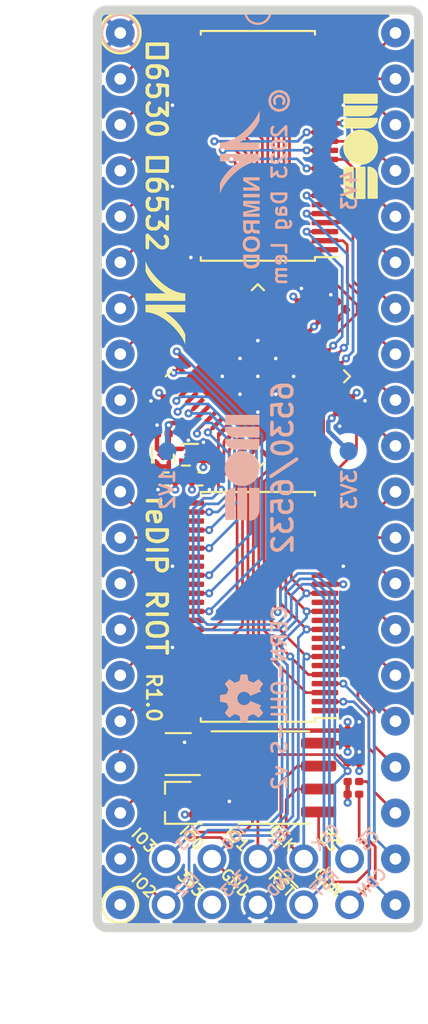
<source format=kicad_pcb>
(kicad_pcb (version 20221018) (generator pcbnew)
  (title_block (title "reDIP RIOT") (date "2023-10-01") (rev "1.0") (company "Nimrod") (comment 1 "© 2023 Dag Lem") (comment 2 "Licensed under CERN-OHL-S v2 (https://ohwr.org/cern_ohl_s_v2.txt)"))
  (layers (0 "F.Cu" signal) (1 "In1.Cu" power) (2 "In2.Cu" power) (31 "B.Cu" mixed) (34 "B.Paste" user) (35 "F.Paste" user) (36 "B.SilkS" user "B.Silkscreen") (37 "F.SilkS" user "F.Silkscreen") (38 "B.Mask" user) (39 "F.Mask" user) (44 "Edge.Cuts" user))
  (net 0 "")
  (net 1 "GND")
  (net 2 "+3V3")
  (net 3 "+1V2")
  (net 4 "/IO40")
  (net 5 "/IO39")
  (net 6 "/~{CRESET}")
  (net 7 "/CDONE")
  (net 8 "/IO38")
  (net 9 "/IO37")
  (net 10 "/IO36")
  (net 11 "/SPI_SIO3")
  (net 12 "/SPI_SIO2")
  (net 13 "/SPI_SIO0")
  (net 14 "/SPI_SIO1")
  (net 15 "/SPI_SCLK")
  (net 16 "/IO35")
  (net 17 "VCC")
  (net 18 "/IO34")
  (net 19 "/IO33")
  (net 20 "VCBT")
  (net 21 "/IO32")
  (net 22 "/IO31")
  (net 23 "/IO30")
  (net 24 "/IO29")
  (net 25 "/IO28")
  (net 26 "/IO27")
  (net 27 "/IO26")
  (net 28 "/IO25")
  (net 29 "/IO24")
  (net 30 "/IO23")
  (net 31 "/IO22")
  (net 32 "/IO21")
  (net 33 "/IO2")
  (net 34 "/IO3")
  (net 35 "/IO4")
  (net 36 "/IO8")
  (net 37 "/IO9")
  (net 38 "/IO10")
  (net 39 "/IO11")
  (net 40 "/IO12")
  (net 41 "/IO13")
  (net 42 "/IO14")
  (net 43 "/IO15")
  (net 44 "/IO16")
  (net 45 "/IO17")
  (net 46 "/IO18")
  (net 47 "/IO19")
  (net 48 "/SPI_~{CS}")
  (net 49 "/SPI_CS")
  (net 50 "/ICE27")
  (net 51 "/ICE26")
  (net 52 "/ICE25")
  (net 53 "/ICE41_OD")
  (net 54 "/ICE40_OD")
  (net 55 "/ICE39_OD")
  (net 56 "/ICE28")
  (net 57 "/ICE31")
  (net 58 "/ICE32")
  (net 59 "/ICE34")
  (net 60 "/ICE35")
  (net 61 "/ICE36")
  (net 62 "/ICE37")
  (net 63 "/ICE38")
  (net 64 "/ICE42")
  (net 65 "/ICE43")
  (net 66 "/ICE44")
  (net 67 "/ICE45")
  (net 68 "/ICE46")
  (net 69 "/ICE13")
  (net 70 "/ICE20")
  (net 71 "/ICE21")
  (net 72 "/ICE23")
  (net 73 "/ICE6")
  (net 74 "/ICE4")
  (net 75 "/ICE3")
  (net 76 "/ICE2")
  (net 77 "/ICE48")
  (net 78 "/ICE47")
  (net 79 "/ICE9")
  (net 80 "/ICE10")
  (net 81 "/ICE11")
  (net 82 "/ICE12")
  (net 87 "Net-(U6D-VCCPLL)")
  (net 91 "/IO5_OD")
  (net 92 "/IO6_OD")
  (net 93 "/IO7_OD")
  (footprint "Resistor_SMD:R_0201_0603Metric" (layer "F.Cu") (at 112.91 140.38)
    (fp_text reference "R3" hide)
    (fp_text value "10k" hide)
  )
  (footprint "Package_SO:TSSOP-48_6.1x12.5mm_P0.5mm" (layer "F.Cu") (at 107.62 131.77 180)
    (fp_text reference "U4" hide)
    (fp_text value "SN74CBT16210CDGGR" hide)
  )
  (footprint "Capacitor_SMD:C_0201_0603Metric" (layer "F.Cu") (at 111.75 115.58 135)
    (fp_text reference "C10" hide)
    (fp_text value "0.1uF" hide)
  )
  (footprint "Capacitor_SMD:C_0201_0603Metric" (layer "F.Cu") (at 102.26 120.48 -135)
    (fp_text reference "C12" hide)
    (fp_text value "0.1uF" hide)
  )
  (footprint "Capacitor_SMD:C_0201_0603Metric" (layer "F.Cu") (at 112.98 120.47 -45)
    (fp_text reference "C9" hide)
    (fp_text value "0.1uF" hide)
  )
  (footprint "Capacitor_SMD:C_0201_0603Metric" (layer "F.Cu") (at 103.69 121.91 -135)
    (fp_text reference "C8" hide)
    (fp_text value "0.1uF" hide)
  )
  (footprint "Package_DFN_QFN:QFN-48-1EP_7x7mm_P0.5mm_EP5.6x5.6mm" (layer "F.Cu") (at 107.62 119.01 45)
    (fp_text reference "U6" hide)
    (fp_text value "ICE5LP1K-SG48" hide)
  )
  (footprint "Resistor_SMD:R_0201_0603Metric" (layer "F.Cu") (at 111.25 116.08 -45)
    (fp_text reference "R2" hide)
    (fp_text value "100" hide)
  )
  (footprint "Capacitor_SMD:C_0201_0603Metric" (layer "F.Cu") (at 110.14 114.71 45)
    (fp_text reference "C6" hide)
    (fp_text value "0.1uF" hide)
  )
  (footprint "Capacitor_SMD:C_0201_0603Metric" (layer "F.Cu") (at 112.91 139.32)
    (fp_text reference "C5" hide)
    (fp_text value "0.1uF" hide)
  )
  (footprint "reDIP:Nimrod-N" (layer "F.Cu") (at 102.5 114.94 -90)
    (fp_text reference "svg2mod" hide)
    (fp_text value "G***" hide)
  )
  (footprint "Capacitor_SMD:C_0201_0603Metric" (layer "F.Cu") (at 112.26 121.2 -45)
    (fp_text reference "C7" hide)
    (fp_text value "0.1uF" hide)
  )
  (footprint "Capacitor_SMD:C_0201_0603Metric" (layer "F.Cu") (at 112.25 115.08 135)
    (fp_text reference "C11" hide)
    (fp_text value "1uF" hide)
  )
  (footprint "onsemi:CASE_711AJ_1.0x1.0mm_P0.65mm" (layer "F.Cu") (at 103.86 123.35 180)
    (fp_text reference "U2" hide)
    (fp_text value "NCP115AMX330TCG" hide)
  )
  (footprint "onsemi:CASE_711AJ_1.0x1.0mm_P0.65mm" (layer "F.Cu") (at 102.36 123.34 -90)
    (fp_text reference "U1" hide)
    (fp_text value "NCP115AMX120TCG" hide)
  )
  (footprint "Capacitor_SMD:C_0402_1005Metric" (layer "F.Cu") (at 102.57 124.69 180)
    (fp_text reference "C3" hide)
    (fp_text value "1uF" hide)
  )
  (footprint "Capacitor_SMD:C_0402_1005Metric" (layer "F.Cu") (at 104.45 124.69)
    (fp_text reference "C1" hide)
    (fp_text value "1uF" hide)
  )
  (footprint "Capacitor_SMD:C_0201_0603Metric" (layer "F.Cu") (at 105.01 123.35 90)
    (fp_text reference "C4" hide)
    (fp_text value "1uF" hide)
  )
  (footprint "Capacitor_SMD:C_0201_0603Metric" (layer "F.Cu") (at 102.36 122.19 180)
    (fp_text reference "C2" hide)
    (fp_text value "1uF" hide)
  )
  (footprint "Resistor_SMD:R_0201_0603Metric" (layer "F.Cu") (at 112.91 141.44)
    (fp_text reference "R5" hide)
    (fp_text value "2.87k" hide)
  )
  (footprint "Package_SO:SOIC-8_3.9x4.9mm_P1.27mm" (layer "F.Cu") (at 108.51 141.22)
    (fp_text reference "U7" hide)
    (fp_text value "AT25EU0011A-SSHN-T" hide)
  )
  (footprint "Package_TO_SOT_SMD:SOT-323_SC-70" (layer "F.Cu") (at 103.21 142.62 180)
    (fp_text reference "D1" hide)
    (fp_text value "BAS16W" hide)
  )
  (footprint "Package_SO:TSSOP-48_6.1x12.5mm_P0.5mm" (layer "F.Cu") (at 107.62 106.25 180)
    (fp_text reference "U3" hide)
    (fp_text value "SN74CBT16210CDGGR" hide)
  )
  (footprint "reDIP:PinHeader_2x05_P2.54mm_Vertical" (layer "F.Cu") (at 112.7 145.72 -90)
    (fp_text reference "J3" hide)
    (fp_text value "Conn_02x05_Odd_Even" hide)
  )
  (footprint "Package_TO_SOT_SMD:SOT-353_SC-70-5" (layer "F.Cu") (at 103.21 139.92 180)
    (fp_text reference "U5" hide)
    (fp_text value "74AHC1G14" hide)
  )
  (footprint "reDIP:MOS-logo" (layer "F.Cu") (at 113.31 106.29 -90)
    (fp_text reference "MOS logo" hide)
    (fp_text value "G***" hide)
  )
  (footprint "Resistor_SMD:R_0201_0603Metric" (layer "F.Cu") (at 112.91 142.14 180)
    (fp_text reference "R4" hide)
    (fp_text value "10k" hide)
  )
  (footprint "Resistor_SMD:R_0201_0603Metric" (layer "F.Cu") (at 112.91 138.62)
    (fp_text reference "R1" hide)
    (fp_text value "2.87k" hide)
  )
  (footprint "reDIP:PinHeader_1x20_P2.54mm_Vertical_Machined" (layer "B.Cu") (at 100 100 180)
    (fp_text reference "J1" hide)
    (fp_text value "Conn_01x20" hide)
  )
  (footprint "reDIP:OSHW-logo" (layer "B.Cu") (at 106.72 136.84 -90)
    (fp_text reference "OSHW logo" hide)
    (fp_text value "G***" hide)
  )
  (footprint "reDIP:PinHeader_1x20_P2.54mm_Vertical_Machined" (layer "B.Cu") (at 115.24 100 180)
    (fp_text reference "J2" hide)
    (fp_text value "Conn_01x20" hide)
  )
  (footprint "reDIP:MOS-logo" (layer "B.Cu") (at 106.75 124.07 -90)
    (fp_text reference "MOS logo" hide)
    (fp_text value "G***" hide)
  )
  (footprint "reDIP:TestPoint_Pad_D1.00mm" (layer "B.Cu") (at 102.6 123.15)
    (fp_text reference "TP1" hide)
    (fp_text value "TestPoint" hide)
  )
  (footprint "reDIP:SolderMask_D0.25mm" (layer "B.Cu") (at 106.63 118.02 180)
    (fp_text reference "SolderMask_D0.25mm" hide)
    (fp_text value "SolderMask_D0.25mm" hide)
  )
  (footprint "reDIP:SolderMask_D0.25mm" (layer "B.Cu") (at 107.62 120.99 180)
    (fp_text reference "SolderMask_D0.25mm" hide)
    (fp_text value "SolderMask_D0.25mm" hide)
  )
  (footprint "reDIP:TestPoint_Pad_D1.00mm" (layer "B.Cu") (at 112.64 106.6 180)
    (fp_text reference "TP3" hide)
    (fp_text value "TestPoint" hide)
  )
  (footprint "reDIP:SolderMask_D0.25mm" (layer "B.Cu") (at 106.63 120 180)
    (fp_text reference "SolderMask_D0.25mm" hide)
    (fp_text value "SolderMask_D0.25mm" hide)
  )
  (footprint "reDIP:SolderMask_D0.25mm" (layer "B.Cu") (at 105.65 119.01 180)
    (fp_text reference "SolderMask_D0.25mm" hide)
    (fp_text value "SolderMask_D0.25mm" hide)
  )
  (footprint "reDIP:SolderMask_D0.25mm" (layer "B.Cu") (at 107.62 119.01 180)
    (fp_text reference "SolderMask_D0.25mm" hide)
    (fp_text value "SolderMask_D0.25mm" hide)
  )
  (footprint "reDIP:SolderMask_D0.25mm" (layer "B.Cu") (at 107.62 117.03 180)
    (fp_text reference "SolderMask_D0.25mm" hide)
    (fp_text value "SolderMask_D0.25mm" hide)
  )
  (footprint "reDIP:Nimrod-logo" (layer "B.Cu") (at 106.63 108.66 -90)
    (fp_text reference "svg2mod" hide)
    (fp_text value "G***" hide)
  )
  (footprint "reDIP:TestPoint_Pad_D1.00mm" (layer "B.Cu") (at 112.64 123.15 180)
    (fp_text reference "TP2" hide)
    (fp_text value "TestPoint" hide)
  )
  (footprint "reDIP:SolderMask_D0.25mm" (layer "B.Cu") (at 108.61 120 180)
    (fp_text reference "SolderMask_D0.25mm" hide)
    (fp_text value "SolderMask_D0.25mm" hide)
  )
  (footprint "reDIP:SolderMask_D0.25mm" (layer "B.Cu") (at 108.61 118.02 180)
    (fp_text reference "SolderMask_D0.25mm" hide)
    (fp_text value "SolderMask_D0.25mm" hide)
  )
  (footprint "reDIP:SolderMask_D0.25mm" (layer "B.Cu") (at 109.6 119.01 180)
    (fp_text reference "SolderMask_D0.25mm" hide)
    (fp_text value "SolderMask_D0.25mm" hide)
  )
  (gr_circle (center 100 100) (end 101 100) (stroke (width 0.12)) (fill none) (layer "B.SilkS"))
  (gr_line (start 113.97 98.8) (end 108.32 98.8) (stroke (width 0.12)) (layer "B.SilkS"))
  (gr_line (start 106.92 98.8) (end 101.27 98.8) (stroke (width 0.12)) (layer "B.SilkS"))
  (gr_arc (start 108.32 98.8) (mid 107.62 99.5) (end 106.92 98.8) (stroke (width 0.12)) (layer "B.SilkS"))
  (gr_line (start 106.92 98.8) (end 101.27 98.8) (stroke (width 0.12)) (layer "F.SilkS"))
  (gr_circle (center 100 148.26) (end 100.707107 147.552893) (stroke (width 0.12)) (fill none) (layer "F.SilkS"))
  (gr_circle (center 100 100) (end 101.07 100) (stroke (width 0.24)) (fill none) (layer "F.SilkS"))
  (gr_arc (start 108.32 98.8) (mid 107.62 99.5) (end 106.92 98.8) (stroke (width 0.12)) (layer "F.SilkS"))
  (gr_line (start 113.97 98.8) (end 108.32 98.8) (stroke (width 0.12)) (layer "F.SilkS"))
  (gr_line (start 98.73 99.23) (end 98.73 149.03) (stroke (width 0.5)) (layer "Edge.Cuts"))
  (gr_line (start 116.01 98.73) (end 99.23 98.73) (stroke (width 0.5)) (layer "Edge.Cuts"))
  (gr_line (start 116.51 149.03) (end 116.51 99.23) (stroke (width 0.5)) (layer "Edge.Cuts"))
  (gr_arc (start 116.51 149.03) (mid 116.363553 149.383553) (end 116.01 149.53) (stroke (width 0.5)) (layer "Edge.Cuts"))
  (gr_arc (start 99.23 149.53) (mid 98.876447 149.383553) (end 98.73 149.03) (stroke (width 0.5)) (layer "Edge.Cuts"))
  (gr_line (start 116.01 149.53) (end 99.23 149.53) (stroke (width 0.5)) (layer "Edge.Cuts"))
  (gr_arc (start 116.01 98.73) (mid 116.363553 98.876447) (end 116.51 99.23) (stroke (width 0.5)) (layer "Edge.Cuts"))
  (gr_arc (start 98.73 99.23) (mid 98.876447 98.876447) (end 99.23 98.73) (stroke (width 0.5)) (layer "Edge.Cuts"))
  (gr_text "© 2023 Dag Lem" (at 108.82 108.52 90) (layer "B.SilkS") (effects (font (size 0.8 0.8)) (justify mirror)))
  (gr_text "1V2" (at 102.61 125.28 90) (layer "B.SilkS") (effects (font (size 0.8 0.8) (thickness 0.15) bold) (justify mirror)))
  (gr_text "CERN-OHL-S v2" (at 108.82 136.8 90) (layer "B.SilkS") (effects (font (size 0.8 0.8) (thickness 0.15) bold) (justify mirror)))
  (gr_text "IO1" (at 108.78 144.57 45) (layer "B.SilkS") (effects (font (size 0.6 0.6) (thickness 0.12)) (justify mirror)))
  (gr_text "~{RST}" (at 111.38 147.08 45) (layer "B.SilkS") (effects (font (size 0.6 0.6) (thickness 0.12)) (justify mirror)))
  (gr_text "CDN" (at 113.96 147.03 45) (layer "B.SilkS") (effects (font (size 0.6 0.6) (thickness 0.12)) (justify mirror)))
  (gr_text "GND" (at 108.91 147.04 45) (layer "B.SilkS") (effects (font (size 0.6 0.6) (thickness 0.12)) (justify mirror)))
  (gr_text "3V3" (at 106.32 147.1 45) (layer "B.SilkS") (effects (font (size 0.6 0.6) (thickness 0.12)) (justify mirror)))
  (gr_text "~{CS}" (at 113.8 144.73 45) (layer "B.SilkS") (effects (font (size 0.6 0.6) (thickness 0.12)) (justify mirror)))
  (gr_text "CLK" (at 111.38 144.53 45) (layer "B.SilkS") (effects (font (size 0.6 0.6) (thickness 0.12)) (justify mirror)))
  (gr_text "IO0" (at 106.29 144.57 45) (layer "B.SilkS") (effects (font (size 0.6 0.6) (thickness 0.12)) (justify mirror)))
  (gr_text "IO2" (at 103.71 147.15 45) (layer "B.SilkS") (effects (font (size 0.6 0.6) (thickness 0.12)) (justify mirror)))
  (gr_text "IO3" (at 103.78 144.58 45) (layer "B.SilkS") (effects (font (size 0.6 0.6) (thickness 0.12)) (justify mirror)))
  (gr_text "3V3" (at 112.68 125.29 90) (layer "B.SilkS") (effects (font (size 0.8 0.8) (thickness 0.15) bold) (justify mirror)))
  (gr_text "4V3" (at 112.68 108.71 90) (layer "B.SilkS") (effects (font (size 0.8 0.8) (thickness 0.15) bold) (justify mirror)))
  (gr_text "6530/6532" (at 109 124.07 90) (layer "B.SilkS") (effects (font (size 1.1 1.1) (thickness 0.2) bold) (justify mirror)))
  (gr_text "reDIP RIOT" (at 102 130.03 270) (layer "F.SilkS") (effects (font (size 1.1 1.1) (thickness 0.2))))
  (gr_text "3V3" (at 103.89 147.08 -45) (layer "F.SilkS") (effects (font (size 0.6 0.6) (thickness 0.12))))
  (gr_text "IO2" (at 101.3 147.2 315) (layer "F.SilkS") (effects (font (size 0.6 0.6) (thickness 0.12))))
  (gr_text "CDN" (at 111.52 147.01 -45) (layer "F.SilkS") (effects (font (size 0.6 0.6) (thickness 0.12))))
  (gr_text "IO1" (at 106.46 144.62 -45) (layer "F.SilkS") (effects (font (size 0.6 0.6) (thickness 0.12))))
  (gr_text "GND" (at 106.36 147.05 -45) (layer "F.SilkS") (effects (font (size 0.6 0.6) (thickness 0.12))))
  (gr_text "CLK" (at 108.98 144.58 -45) (layer "F.SilkS") (effects (font (size 0.6 0.6) (thickness 0.12))))
  (gr_text "R1.0" (at 101.86 136.79 270) (layer "F.SilkS") (effects (font (size 0.8 0.8) (thickness 0.15) bold)))
  (gr_text "~{CS}" (at 111.56 144.77 -45) (layer "F.SilkS") (effects (font (size 0.6 0.6) (thickness 0.12))))
  (gr_text "☐6530 ☐6532" (at 102 106.23 270) (layer "F.SilkS") (effects (font (size 1.1 1.1) (thickness 0.2) bold)))
  (gr_text "IO0" (at 103.96 144.57 -45) (layer "F.SilkS") (effects (font (size 0.6 0.6) (thickness 0.12))))
  (gr_text "IO3" (at 101.3 144.7 315) (layer "F.SilkS") (effects (font (size 0.6 0.6) (thickness 0.12))))
  (gr_text "~{RST}" (at 108.94 147.1 -45) (layer "F.SilkS") (effects (font (size 0.6 0.6) (thickness 0.12))))
  (segment (start 102.035 122.865) (end 102.035 123.015) (width 0.25) (layer "F.Cu") (net 1))
  (segment (start 113.23 139.8) (end 113.23 139.32) (width 0.25) (layer "F.Cu") (net 1))
  (segment (start 102.035 122.195) (end 102.04 122.19) (width 0.25) (layer "F.Cu") (net 1))
  (segment (start 104.335 123.025) (end 104.185 123.025) (width 0.25) (layer "F.Cu") (net 1))
  (segment (start 104.185 123.025) (end 103.86 123.35) (width 0.25) (layer "F.Cu") (net 1))
  (segment (start 104.61 122.66) (end 104.61 123.025) (width 0.25) (layer "F.Cu") (net 1))
  (segment (start 103.77 122.55) (end 103.77 122.442548) (width 0.25) (layer "F.Cu") (net 1))
  (segment (start 110.366274 114.483726) (end 110.366274 114.476274) (width 0.25) (layer "F.Cu") (net 1))
  (segment (start 106.04 142.54) (end 106.04 143.12) (width 0.25) (layer "F.Cu") (net 1))
  (segment (start 102.04 121.71) (end 102.04 122.19) (width 0.25) (layer "F.Cu") (net 1))
  (segment (start 101.7 120.37) (end 101.7 120.372548) (width 0.25) (layer "F.Cu") (net 1))
  (segment (start 112.15 121.77) (end 112.15 121.762548) (width 0.25) (layer "F.Cu") (net 1))
  (segment (start 103.91 112.43) (end 103.91 112.0025) (width 0.15) (layer "F.Cu") (net 1))
  (segment (start 104.93 124.69) (end 104.93 125.28) (width 0.25) (layer "F.Cu") (net 1))
  (segment (start 105.005 123.025) (end 105.01 123.03) (width 0.25) (layer "F.Cu") (net 1))
  (segment (start 113.23 138.62) (end 113.23 138.14) (width 0.25) (layer "F.Cu") (net 1))
  (segment (start 111.3325 104) (end 112.35 104) (width 0.25) (layer "F.Cu") (net 1))
  (segment (start 106.04 143.12) (end 106.035 143.125) (width 0.2) (layer "F.Cu") (net 1))
  (segment (start 111.66 114.49) (end 112.023726 114.853726) (width 0.25) (layer "F.Cu") (net 1))
  (segment (start 113.55 120.36) (end 113.542548 120.36) (width 0.25) (layer "F.Cu") (net 1))
  (segment (start 110.366274 114.476274) (end 110.03 114.14) (width 0.25) (layer "F.Cu") (net 1))
  (segment (start 101.7 120.372548) (end 102.033726 120.706274) (width 0.25) (layer "F.Cu") (net 1))
  (segment (start 102.89 104) (end 103.9075 104) (width 0.25) (layer "F.Cu") (net 1))
  (segment (start 113.542548 120.36) (end 113.206274 120.696274) (width 0.25) (layer "F.Cu") (net 1))
  (segment (start 103.9075 112) (end 103.9075 111.5) (width 0.15) (layer "F.Cu") (net 1))
  (segment (start 102.89 129.52) (end 103.9075 129.52) (width 0.25) (layer "F.Cu") (net 1))
  (segment (start 112.35 108.5) (end 111.3325 108.5) (width 0.25) (layer "F.Cu") (net 1))
  (segment (start 102.89 134.02) (end 103.9075 134.02) (width 0.25) (layer "F.Cu") (net 1))
  (segment (start 104.335 123.025) (end 104.61 123.025) (width 0.25) (layer "F.Cu") (net 1))
  (segment (start 111.523726 115.353726) (end 112.023726 114.853726) (width 0.2) (layer "F.Cu") (net 1))
  (segment (start 102.035 123.015) (end 102.36 123.34) (width 0.25) (layer "F.Cu") (net 1))
  (segment (start 103.91 112.0025) (end 103.9075 112) (width 0.15) (layer "F.Cu") (net 1))
  (segment (start 102.09 124.69) (end 102.09 125.28) (width 0.25) (layer "F.Cu") (net 1))
  (segment (start 112.35 134.02) (end 111.3325 134.02) (width 0.25) (layer "F.Cu") (net 1))
  (segment (start 112.35 129.52) (end 111.3325 129.52) (width 0.25) (layer "F.Cu") (net 1))
  (segment (start 112.15 121.762548) (end 112.486274 121.426274) (width 0.25) (layer "F.Cu") (net 1))
  (segment (start 104.61 123.025) (end 105.005 123.025) (width 0.25) (layer "F.Cu") (net 1))
  (segment (start 102.035 122.865) (end 102.035 122.195) (width 0.25) (layer "F.Cu") (net 1))
  (segment (start 103.56 139.27) (end 104.16 139.27) (width 0.2) (layer "F.Cu") (net 1))
  (segment (start 103.77 122.442548) (end 103.463726 122.136274) (width 0.25) (layer "F.Cu") (net 1))
  (segment (start 102.89 108.5) (end 103.9075 108.5) (width 0.25) (layer "F.Cu") (net 1))
  (via (at 107.62 119.01) (size 0.45) (drill 0.2) (layers "F.Cu" "B.Cu") (net 1))
  (via (at 106.63 118.02) (size 0.45) (drill 0.2) (layers "F.Cu" "B.Cu") (net 1))
  (via (at 107.62 117.03) (size 0.45) (drill 0.2) (layers "F.Cu" "B.Cu") (net 1))
  (via (at 105.65 119.01) (size 0.45) (drill 0.2) (layers "F.Cu" "B.Cu") (net 1))
  (via (at 108.61 118.02) (size 0.45) (drill 0.2) (layers "F.Cu" "B.Cu") (net 1))
  (via (at 109.6 119.01) (size 0.45) (drill 0.2) (layers "F.Cu" "B.Cu") (net 1))
  (via (at 106.63 120) (size 0.45) (drill 0.2) (layers "F.Cu" "B.Cu") (net 1))
  (via (at 102.89 134.02) (size 0.45) (drill 0.2) (layers "F.Cu" "B.Cu") (net 1))
  (via (at 102.89 129.52) (size 0.45) (drill 0.2) (layers "F.Cu" "B.Cu") (net 1))
  (via (at 113.23 139.8) (size 0.45) (drill 0.2) (layers "F.Cu" "B.Cu") (net 1))
  (via (at 112.35 129.52) (size 0.45) (drill 0.2) (layers "F.Cu" "B.Cu") (net 1))
  (via (at 101.7 120.37) (size 0.45) (drill 0.2) (layers "F.Cu" "B.Cu") (net 1))
  (via (at 113.23 138.14) (size 0.45) (drill 0.2) (layers "F.Cu" "B.Cu") (net 1))
  (via (at 104.61 122.66) (size 0.45) (drill 0.2) (layers "F.Cu" "B.Cu") (net 1))
  (via (at 112.15 121.77) (size 0.45) (drill 0.2) (layers "F.Cu" "B.Cu") (net 1))
  (via (at 103.77 122.55) (size 0.45) (drill 0.2) (layers "F.Cu" "B.Cu") (net 1))
  (via (at 111.66 114.49) (size 0.45) (drill 0.2) (layers "F.Cu" "B.Cu") (net 1))
  (via (at 112.35 108.5) (size 0.45) (drill 0.2) (layers "F.Cu" "B.Cu") (net 1))
  (via (at 107.62 120.99) (size 0.45) (drill 0.2) (layers "F.Cu" "B.Cu") (net 1))
  (via (at 102.89 108.5) (size 0.45) (drill 0.2) (layers "F.Cu" "B.Cu") (net 1))
  (via (at 102.89 104) (size 0.45) (drill 0.2) (layers "F.Cu" "B.Cu") (net 1))
  (via (at 103.91 112.43) (size 0.45) (drill 0.2) (layers "F.Cu" "B.Cu") (net 1))
  (via (at 108.61 120) (size 0.45) (drill 0.2) (layers "F.Cu" "B.Cu") (net 1))
  (via (at 106.04 142.54) (size 0.45) (drill 0.2) (layers "F.Cu" "B.Cu") (net 1))
  (via (at 104.93 125.28) (size 0.45) (drill 0.2) (layers "F.Cu" "B.Cu") (net 1))
  (via (at 102.09 125.28) (size 0.45) (drill 0.2) (layers "F.Cu" "B.Cu") (net 1))
  (via (at 113.55 120.36) (size 0.45) (drill 0.2) (layers "F.Cu" "B.Cu") (net 1))
  (via (at 112.35 104) (size 0.45) (drill 0.2) (layers "F.Cu" "B.Cu") (net 1))
  (via (at 112.35 134.02) (size 0.45) (drill 0.2) (layers "F.Cu" "B.Cu") (net 1))
  (via (at 110.03 114.14) (size 0.45) (drill 0.2) (layers "F.Cu" "B.Cu") (net 1))
  (via (at 102.04 121.71) (size 0.45) (drill 0.2) (layers "F.Cu" "B.Cu") (net 1))
  (via (at 103.56 139.27) (size 0.45) (drill 0.2) (layers "F.Cu" "B.Cu") (net 1))
  (segment (start 113.09 119.91) (end 113.087452 119.91) (width 0.25) (layer "F.Cu") (net 2))
  (segment (start 104.6 124.04) (end 104.6 123.675) (width 0.25) (layer "F.Cu") (net 2))
  (segment (start 109.913726 114.936274) (end 109.913726 114.948507) (width 0.25) (layer "F.Cu") (net 2))
  (segment (start 112.59 142.14) (end 112.59 141.44) (width 0.25) (layer "F.Cu") (net 2))
  (segment (start 112.59 142.61) (end 112.59 142.14) (width 0.25) (layer "F.Cu") (net 2))
  (segment (start 104.335 123.675) (end 105.005 123.675) (width 0.25) (layer "F.Cu") (net 2))
  (segment (start 102.152548 119.92) (end 102.486274 120.253726) (width 0.25) (layer "F.Cu") (net 2))
  (segment (start 112.033726 120.973726) (end 112.033726 120.948853) (width 0.25) (layer "F.Cu") (net 2))
  (segment (start 112.753726 120.243726) (end 112.742813 120.243726) (width 0.25) (layer "F.Cu") (net 2))
  (segment (start 105.005 123.675) (end 105.01 123.67) (width 0.25) (layer "F.Cu") (net 2))
  (segment (start 109.58 114.602548) (end 109.913726 114.936274) (width 0.25) (layer "F.Cu") (net 2))
  (segment (start 112.585 139.315) (end 112.59 139.32) (width 0.25) (layer "F.Cu") (net 2))
  (segment (start 109.913726 114.948507) (end 109.166796 115.695437) (width 0.25) (layer "F.Cu") (net 2))
  (segment (start 110.985 139.315) (end 112.585 139.315) (width 0.25) (layer "F.Cu") (net 2))
  (segment (start 111.71 121.33) (end 111.71 121.297452) (width 0.25) (layer "F.Cu") (net 2))
  (segment (start 112.742813 120.243726) (end 111.995223 119.496136) (width 0.25) (layer "F.Cu") (net 2))
  (segment (start 113.087452 119.91) (end 112.753726 120.243726) (width 0.25) (layer "F.Cu") (net 2))
  (segment (start 112.033726 120.948853) (end 111.288116 120.203243) (width 0.25) (layer "F.Cu") (net 2))
  (segment (start 109.58 114.59) (end 109.58 114.602548) (width 0.25) (layer "F.Cu") (net 2))
  (segment (start 102.487187 120.253726) (end 103.244777 119.496136) (width 0.25) (layer "F.Cu") (net 2))
  (segment (start 112.59 139.8) (end 112.59 139.32) (width 0.25) (layer "F.Cu") (net 2))
  (segment (start 113.23 140.86) (end 113.23 140.38) (width 0.25) (layer "F.Cu") (net 2))
  (segment (start 102.15 119.92) (end 102.152548 119.92) (width 0.25) (layer "F.Cu") (net 2))
  (segment (start 102.486274 120.253726) (end 102.487187 120.253726) (width 0.25) (layer "F.Cu") (net 2))
  (segment (start 111.71 121.297452) (end 112.033726 120.973726) (width 0.25) (layer "F.Cu") (net 2))
  (via (at 113.09 119.91) (size 0.45) (drill 0.2) (layers "F.Cu" "B.Cu") (net 2))
  (via (at 109.58 114.59) (size 0.45) (drill 0.2) (layers "F.Cu" "B.Cu") (net 2))
  (via (at 112.59 142.61) (size 0.45) (drill 0.2) (layers "F.Cu" "B.Cu") (net 2))
  (via (at 104.6 124.04) (size 0.45) (drill 0.2) (layers "F.Cu" "B.Cu") (net 2))
  (via (at 102.15 119.92) (size 0.45) (drill 0.2) (layers "F.Cu" "B.Cu") (net 2))
  (via (at 111.71 121.33) (size 0.45) (drill 0.2) (layers "F.Cu" "B.Cu") (net 2))
  (via (at 113.23 140.86) (size 0.45) (drill 0.2) (layers "F.Cu" "B.Cu") (net 2))
  (via (at 112.59 139.8) (size 0.45) (drill 0.2) (layers "F.Cu" "B.Cu") (net 2))
  (segment (start 111.52 121.52) (end 111.52 122.03) (width 0.25) (layer "B.Cu") (net 2))
  (segment (start 111.52 122.03) (end 112.64 123.15) (width 0.25) (layer "B.Cu") (net 2))
  (segment (start 111.71 121.33) (end 111.52 121.52) (width 0.25) (layer "B.Cu") (net 2))
  (segment (start 111.023726 115.853726) (end 111.023726 115.956274) (width 0.25) (layer "F.Cu") (net 3))
  (segment (start 102.845 123.025) (end 102.685 122.865) (width 0.25) (layer "F.Cu") (net 3))
  (segment (start 103.385 123.025) (end 102.845 123.025) (width 0.25) (layer "F.Cu") (net 3))
  (segment (start 111.023726 115.956274) (end 110.73 116.25) (width 0.25) (layer "F.Cu") (net 3))
  (segment (start 103.831187 121.598639) (end 103.916274 121.683726) (width 0.25) (layer "F.Cu") (net 3))
  (segment (start 102.685 122.195) (end 102.68 122.19) (width 0.25) (layer "F.Cu") (net 3))
  (segment (start 102.68 121.71) (end 102.791361 121.598639) (width 0.25) (layer "F.Cu") (net 3))
  (segment (start 102.685 122.865) (end 102.685 122.195) (width 0.25) (layer "F.Cu") (net 3))
  (segment (start 110.73 116.25) (end 110.73 116.253553) (width 0.25) (layer "F.Cu") (net 3))
  (segment (start 102.791361 121.598639) (end 103.831187 121.598639) (width 0.25) (layer "F.Cu") (net 3))
  (segment (start 110.73 116.253553) (end 110.227456 116.756097) (width 0.25) (layer "F.Cu") (net 3))
  (segment (start 103.916274 121.683726) (end 103.916274 121.653065) (width 0.25) (layer "F.Cu") (net 3))
  (segment (start 102.68 121.71) (end 102.68 122.19) (width 0.25) (layer "F.Cu") (net 3))
  (segment (start 103.916274 121.653065) (end 104.65899 120.910349) (width 0.25) (layer "F.Cu") (net 3))
  (via (at 110.73 116.25) (size 0.45) (drill 0.2) (layers "F.Cu" "B.Cu") (net 3))
  (via (at 102.68 121.71) (size 0.45) (drill 0.2) (layers "F.Cu" "B.Cu") (net 3))
  (segment (start 102.6 123.15) (end 102.6 121.79) (width 0.25) (layer "B.Cu") (net 3))
  (segment (start 102.6 121.79) (end 102.68 121.71) (width 0.25) (layer "B.Cu") (net 3))
  (segment (start 114.24 101) (end 115.24 100) (width 0.15) (layer "F.Cu") (net 4))
  (segment (start 111.3325 101) (end 114.24 101) (width 0.15) (layer "F.Cu") (net 4))
  (segment (start 111.3325 102) (end 112.31 102) (width 0.15) (layer "F.Cu") (net 5))
  (segment (start 112.85 102.54) (end 115.24 102.54) (width 0.15) (layer "F.Cu") (net 5))
  (segment (start 112.31 102) (end 112.85 102.54) (width 0.15) (layer "F.Cu") (net 5))
  (segment (start 113.23 142.14) (end 113.23 144.58) (width 0.15) (layer "F.Cu") (net 6))
  (segment (start 105.435 125.135) (end 105.58 125.28) (width 0.15) (layer "F.Cu") (net 6))
  (segment (start 111.42 147) (end 110.16 148.26) (width 0.15) (layer "F.Cu") (net 6))
  (segment (start 113.82 145.17) (end 113.82 146.27) (width 0.15) (layer "F.Cu") (net 6))
  (segment (start 113.82 146.27) (end 113.09 147) (width 0.15) (layer "F.Cu") (net 6))
  (segment (start 105.719651 121.97101) (end 105.435 122.255661) (width 0.15) (layer "F.Cu") (net 6))
  (segment (start 113.09 147) (end 111.42 147) (width 0.15) (layer "F.Cu") (net 6))
  (segment (start 113.23 144.58) (end 113.82 145.17) (width 0.15) (layer "F.Cu") (net 6))
  (segment (start 105.435 122.255661) (end 105.435 125.135) (width 0.15) (layer "F.Cu") (net 6))
  (via (at 105.58 125.28) (size 0.45) (drill 0.2) (layers "F.Cu" "B.Cu") (net 6))
  (segment (start 105.576397 125.28) (end 105.58 125.28) (width 0.15) (layer "B.Cu") (net 6))
  (segment (start 108.790661 133.05) (end 104.695736 133.05) (width 0.15) (layer "B.Cu") (net 6))
  (segment (start 105.096397 125.76) (end 105.576397 125.28) (width 0.15) (layer "B.Cu") (net 6))
  (segment (start 111.28 147.14) (end 111.28 131.26) (width 0.15) (layer "B.Cu") (net 6))
  (segment (start 109.47 132.370661) (end 108.790661 133.05) (width 0.15) (layer "B.Cu") (net 6))
  (segment (start 104.04 132.394264) (end 104.04 126.339339) (width 0.15) (layer "B.Cu") (net 6))
  (segment (start 104.619339 125.76) (end 105.096397 125.76) (width 0.15) (layer "B.Cu") (net 6))
  (segment (start 110.16 148.26) (end 111.28 147.14) (width 0.15) (layer "B.Cu") (net 6))
  (segment (start 111.28 131.26) (end 110.54 130.52) (width 0.15) (layer "B.Cu") (net 6))
  (segment (start 104.695736 133.05) (end 104.04 132.394264) (width 0.15) (layer "B.Cu") (net 6))
  (segment (start 110.54 130.52) (end 110.08 130.52) (width 0.15) (layer "B.Cu") (net 6))
  (segment (start 109.47 131.13) (end 109.47 132.370661) (width 0.15) (layer "B.Cu") (net 6))
  (segment (start 104.04 126.339339) (end 104.619339 125.76) (width 0.15) (layer "B.Cu") (net 6))
  (segment (start 110.08 130.52) (end 109.47 131.13) (width 0.15) (layer "B.Cu") (net 6))
  (segment (start 104.873553 122.11) (end 105.366097 121.617456) (width 0.15) (layer "F.Cu") (net 7))
  (segment (start 114.12 145.045736) (end 113.75 144.675736) (width 0.15) (layer "F.Cu") (net 7))
  (segment (start 113.75 144.675736) (end 113.75 141.55) (width 0.15) (layer "F.Cu") (net 7))
  (segment (start 104.85 122.11) (end 104.873553 122.11) (width 0.15) (layer "F.Cu") (net 7))
  (segment (start 113.64 141.44) (end 113.23 141.44) (width 0.15) (layer "F.Cu") (net 7))
  (segment (start 113.75 141.55) (end 113.64 141.44) (width 0.15) (layer "F.Cu") (net 7))
  (segment (start 112.7 148.26) (end 114.12 146.84) (width 0.15) (layer "F.Cu") (net 7))
  (segment (start 114.12 146.84) (end 114.12 145.045736) (width 0.15) (layer "F.Cu") (net 7))
  (via (at 104.85 122.11) (size 0.45) (drill 0.2) (layers "F.Cu" "B.Cu") (net 7))
  (segment (start 109.955736 130.22) (end 109.17 131.005736) (width 0.15) (layer "B.Cu") (net 7))
  (segment (start 106.03 125.466397) (end 106.03 123.29) (width 0.15) (layer "B.Cu") (net 7))
  (segment (start 110.664264 130.22) (end 109.955736 130.22) (width 0.15) (layer "B.Cu") (net 7))
  (segment (start 112.7 148.26) (end 111.58 147.14) (width 0.15) (layer "B.Cu") (net 7))
  (segment (start 111.58 131.135736) (end 110.664264 130.22) (width 0.15) (layer "B.Cu") (net 7))
  (segment (start 109.17 132.246397) (end 108.666397 132.75) (width 0.15) (layer "B.Cu") (net 7))
  (segment (start 111.58 147.14) (end 111.58 131.135736) (width 0.15) (layer "B.Cu") (net 7))
  (segment (start 104.34 126.463603) (end 104.733603 126.07) (width 0.15) (layer "B.Cu") (net 7))
  (segment (start 108.666397 132.75) (end 104.82 132.75) (width 0.15) (layer "B.Cu") (net 7))
  (segment (start 105.426397 126.07) (end 106.03 125.466397) (width 0.15) (layer "B.Cu") (net 7))
  (segment (start 104.34 132.27) (end 104.34 126.463603) (width 0.15) (layer "B.Cu") (net 7))
  (segment (start 104.82 132.75) (end 104.34 132.27) (width 0.15) (layer "B.Cu") (net 7))
  (segment (start 106.03 123.29) (end 104.85 122.11) (width 0.15) (layer "B.Cu") (net 7))
  (segment (start 104.733603 126.07) (end 105.426397 126.07) (width 0.15) (layer "B.Cu") (net 7))
  (segment (start 109.17 131.005736) (end 109.17 132.246397) (width 0.15) (layer "B.Cu") (net 7))
  (segment (start 115.24 105.08) (end 113.16 103) (width 0.15) (layer "F.Cu") (net 8))
  (segment (start 113.16 103) (end 111.3325 103) (width 0.15) (layer "F.Cu") (net 8))
  (segment (start 112.95 104.76) (end 112.95 105.33) (width 0.15) (layer "F.Cu") (net 9))
  (segment (start 111.3325 104.5) (end 112.69 104.5) (width 0.15) (layer "F.Cu") (net 9))
  (segment (start 112.69 104.5) (end 112.95 104.76) (width 0.15) (layer "F.Cu") (net 9))
  (segment (start 112.95 105.33) (end 115.24 107.62) (width 0.15) (layer "F.Cu") (net 9))
  (segment (start 115.24 110.16) (end 114.08 109) (width 0.15) (layer "F.Cu") (net 10))
  (segment (start 114.08 107.63) (end 112.45 106) (width 0.15) (layer "F.Cu") (net 10))
  (segment (start 114.08 109) (end 114.08 107.63) (width 0.15) (layer "F.Cu") (net 10))
  (segment (start 112.45 106) (end 111.3325 106) (width 0.15) (layer "F.Cu") (net 10))
  (segment (start 110.66 124.257944) (end 110.66 121.696447) (width 0.15) (layer "F.Cu") (net 11))
  (segment (start 110.66 121.696447) (end 110.227456 121.263903) (width 0.15) (layer "F.Cu") (net 11))
  (segment (start 103.72 144.54) (end 102.54 145.72) (width 0.15) (layer "F.Cu") (net 11))
  (segment (start 110.31 131.02) (end 109.47 130.18) (width 0.15) (layer "F.Cu") (net 11))
  (segment (start 108.3 146.85) (end 106.97 146.85) (width 0.15) (layer "F.Cu") (net 11))
  (segment (start 109.47 130.18) (end 109.47 125.447944) (width 0.15) (layer "F.Cu") (net 11))
  (segment (start 106.97 146.85) (end 106.35 146.23) (width 0.15) (layer "F.Cu") (net 11))
  (segment (start 106.35 145.32) (end 105.57 144.54) (width 0.15) (layer "F.Cu") (net 11))
  (segment (start 109.805 140.585) (end 108.89 141.5) (width 0.15) (layer "F.Cu") (net 11))
  (segment (start 108.89 141.5) (end 108.89 146.26) (width 0.15) (layer "F.Cu") (net 11))
  (segment (start 105.57 144.54) (end 103.72 144.54) (width 0.15) (layer "F.Cu") (net 11))
  (segment (start 106.35 146.23) (end 106.35 145.32) (width 0.15) (layer "F.Cu") (net 11))
  (segment (start 110.31 131.02) (end 111.3325 131.02) (width 0.15) (layer "F.Cu") (net 11))
  (segment (start 110.985 140.585) (end 109.805 140.585) (width 0.15) (layer "F.Cu") (net 11))
  (segment (start 108.89 146.26) (end 108.3 146.85) (width 0.15) (layer "F.Cu") (net 11))
  (segment (start 109.47 125.447944) (end 110.66 124.257944) (width 0.15) (layer "F.Cu") (net 11))
  (via (at 110.31 131.02) (size 0.45) (drill 0.2) (layers "F.Cu" "B.Cu") (net 11))
  (segment (start 108.66 133.604926) (end 109.77 132.494925) (width 0.15) (layer "B.Cu") (net 11))
  (segment (start 108.96 135.130661) (end 108.66 134.830661) (width 0.15) (layer "B.Cu") (net 11))
  (segment (start 109.77 132.494925) (end 109.77 131.56) (width 0.15) (layer "B.Cu") (net 11))
  (segment (start 102.54 145.72) (end 104.43 143.83) (width 0.15) (layer "B.Cu") (net 11))
  (segment (start 108.237208 143.83) (end 108.96 143.107208) (width 0.15) (layer "B.Cu") (net 11))
  (segment (start 104.43 143.83) (end 108.237208 143.83) (width 0.15) (layer "B.Cu") (net 11))
  (segment (start 108.96 143.107208) (end 108.96 135.130661) (width 0.15) (layer "B.Cu") (net 11))
  (segment (start 108.66 134.830661) (end 108.66 133.604926) (width 0.15) (layer "B.Cu") (net 11))
  (segment (start 109.77 131.56) (end 110.31 131.02) (width 0.15) (layer "B.Cu") (net 11))
  (segment (start 110.32 132.02) (end 111.3325 132.02) (width 0.15) (layer "F.Cu") (net 12))
  (segment (start 106.85 144.24) (end 102.35 144.24) (width 0.15) (layer "F.Cu") (net 12))
  (segment (start 110.31 122.053553) (end 110.31 124.18368) (width 0.15) (layer "F.Cu") (net 12))
  (segment (start 107.055 141.855) (end 107.32 142.12) (width 0.15) (layer "F.Cu") (net 12))
  (segment (start 107.32 143.77) (end 106.85 144.24) (width 0.15) (layer "F.Cu") (net 12))
  (segment (start 102.35 144.24) (end 101.37 145.22) (width 0.15) (layer "F.Cu") (net 12))
  (segment (start 101.37 147.09) (end 102.54 148.26) (width 0.15) (layer "F.Cu") (net 12))
  (segment (start 109.873903 121.617456) (end 110.31 122.053553) (width 0.15) (layer "F.Cu") (net 12))
  (segment (start 107.32 142.12) (end 107.32 143.77) (width 0.15) (layer "F.Cu") (net 12))
  (segment (start 106.035 141.855) (end 107.055 141.855) (width 0.15) (layer "F.Cu") (net 12))
  (segment (start 101.37 145.22) (end 101.37 147.09) (width 0.15) (layer "F.Cu") (net 12))
  (segment (start 109.17 125.32368) (end 109.17 130.87) (width 0.15) (layer "F.Cu") (net 12))
  (segment (start 110.31 124.18368) (end 109.17 125.32368) (width 0.15) (layer "F.Cu") (net 12))
  (segment (start 109.17 130.87) (end 110.32 132.02) (width 0.15) (layer "F.Cu") (net 12))
  (via (at 110.32 132.02) (size 0.45) (drill 0.2) (layers "F.Cu" "B.Cu") (net 12))
  (segment (start 108.96 134.706397) (end 109.26 135.006397) (width 0.15) (layer "B.Cu") (net 12))
  (segment (start 110.32 132.369189) (end 108.96 133.729189) (width 0.15) (layer "B.Cu") (net 12))
  (segment (start 109.26 135.006397) (end 109.26 143.231472) (width 0.15) (layer "B.Cu") (net 12))
  (segment (start 109.26 143.231472) (end 108.361472 144.13) (width 0.15) (layer "B.Cu") (net 12))
  (segment (start 110.32 132.02) (end 110.32 132.369189) (width 0.15) (layer "B.Cu") (net 12))
  (segment (start 103.81 145.17) (end 103.81 146.99) (width 0.15) (layer "B.Cu") (net 12))
  (segment (start 108.361472 144.13) (end 104.85 144.13) (width 0.15) (layer "B.Cu") (net 12))
  (segment (start 104.85 144.13) (end 103.81 145.17) (width 0.15) (layer "B.Cu") (net 12))
  (segment (start 103.81 146.99) (end 102.54 148.26) (width 0.15) (layer "B.Cu") (net 12))
  (segment (start 108.96 133.729189) (end 108.96 134.706397) (width 0.15) (layer "B.Cu") (net 12))
  (segment (start 110.41 135.52) (end 111.3325 135.52) (width 0.15) (layer "F.Cu") (net 13))
  (segment (start 107.97 133.08) (end 107.97 124.826624) (width 0.15) (layer "F.Cu") (net 13))
  (segment (start 106.51 147.15) (end 105.08 145.72) (width 0.15) (layer "F.Cu") (net 13))
  (segment (start 109.41 134.52) (end 110.41 135.52) (width 0.15) (layer "F.Cu") (net 13))
  (segment (start 110.985 143.125) (end 110.985 144.715) (width 0.15) (layer "F.Cu") (net 13))
  (segment (start 111.43 146.25) (end 110.53 147.15) (width 0.15) (layer "F.Cu") (net 13))
  (segment (start 107.97 124.826624) (end 108.9 123.896624) (width 0.15) (layer "F.Cu") (net 13))
  (segment (start 108.9 123.471981) (end 108.459689 123.03167) (width 0.15) (layer "F.Cu") (net 13))
  (segment (start 109.41 134.52) (end 107.97 133.08) (width 0.15) (layer "F.Cu") (net 13))
  (segment (start 110.985 144.715) (end 111.43 145.16) (width 0.15) (layer "F.Cu") (net 13))
  (segment (start 108.9 123.896624) (end 108.9 123.471981) (width 0.15) (layer "F.Cu") (net 13))
  (segment (start 110.53 147.15) (end 106.51 147.15) (width 0.15) (layer "F.Cu") (net 13))
  (segment (start 111.43 145.16) (end 111.43 146.25) (width 0.15) (layer "F.Cu") (net 13))
  (via (at 109.41 134.52) (size 0.45) (drill 0.2) (layers "F.Cu" "B.Cu") (net 13))
  (segment (start 108.485736 144.43) (end 109.56 143.355736) (width 0.15) (layer "B.Cu") (net 13))
  (segment (start 105.08 145.72) (end 106.37 144.43) (width 0.15) (layer "B.Cu") (net 13))
  (segment (start 109.56 143.355736) (end 109.56 134.67) (width 0.15) (layer "B.Cu") (net 13))
  (segment (start 109.56 134.67) (end 109.41 134.52) (width 0.15) (layer "B.Cu") (net 13))
  (segment (start 106.37 144.43) (end 108.485736 144.43) (width 0.15) (layer "B.Cu") (net 13))
  (segment (start 107.165 140.585) (end 106.035 140.585) (width 0.15) (layer "F.Cu") (net 14))
  (segment (start 110.32 133.02) (end 111.3325 133.02) (width 0.15) (layer "F.Cu") (net 14))
  (segment (start 109.520349 121.97101) (end 109.96 122.410661) (width 0.15) (layer "F.Cu") (net 14))
  (segment (start 107.62 141.04) (end 107.165 140.585) (width 0.15) (layer "F.Cu") (net 14))
  (segment (start 107.62 145.72) (end 107.62 141.04) (width 0.15) (layer "F.Cu") (net 14))
  (segment (start 108.87 125.199416) (end 108.87 131.57) (width 0.15) (layer "F.Cu") (net 14))
  (segment (start 109.96 124.109416) (end 108.87 125.199416) (width 0.15) (layer "F.Cu") (net 14))
  (segment (start 108.87 131.57) (end 110.32 133.02) (width 0.15) (layer "F.Cu") (net 14))
  (segment (start 109.96 122.410661) (end 109.96 124.109416) (width 0.15) (layer "F.Cu") (net 14))
  (via (at 110.32 133.02) (size 0.45) (drill 0.2) (layers "F.Cu" "B.Cu") (net 14))
  (segment (start 110.32 133.02) (end 109.86 133.48) (width 0.15) (layer "B.Cu") (net 14))
  (segment (start 109.86 133.48) (end 109.86 143.48) (width 0.15) (layer "B.Cu") (net 14))
  (segment (start 109.86 143.48) (end 107.62 145.72) (width 0.15) (layer "B.Cu") (net 14))
  (segment (start 109.25 123.970888) (end 108.27 124.950888) (width 0.15) (layer "F.Cu") (net 15))
  (segment (start 108.813243 122.678116) (end 109.25 123.114873) (width 0.15) (layer "F.Cu") (net 15))
  (segment (start 110.32 134.52) (end 111.3325 134.52) (width 0.15) (layer "F.Cu") (net 15))
  (segment (start 109.25 123.114873) (end 109.25 123.970888) (width 0.15) (layer "F.Cu") (net 15))
  (segment (start 108.27 132.47) (end 110.32 134.52) (width 0.15) (layer "F.Cu") (net 15))
  (segment (start 109.19 144.75) (end 110.16 145.72) (width 0.15) (layer "F.Cu") (net 15))
  (segment (start 109.19 142.44) (end 109.19 144.75) (width 0.15) (layer "F.Cu") (net 15))
  (segment (start 108.27 124.950888) (end 108.27 132.47) (width 0.15) (layer "F.Cu") (net 15))
  (segment (start 109.775 141.855) (end 109.19 142.44) (width 0.15) (layer "F.Cu") (net 15))
  (segment (start 110.985 141.855) (end 109.775 141.855) (width 0.15) (layer "F.Cu") (net 15))
  (via (at 110.32 134.52) (size 0.45) (drill 0.2) (layers "F.Cu" "B.Cu") (net 15))
  (segment (start 110.32 134.52) (end 110.16 134.68) (width 0.15) (layer "B.Cu") (net 15))
  (segment (start 110.16 134.68) (end 110.16 145.72) (width 0.15) (layer "B.Cu") (net 15))
  (segment (start 113.78 111.24) (end 113.78 108.36) (width 0.15) (layer "F.Cu") (net 16))
  (segment (start 113.78 108.36) (end 112.42 107) (width 0.15) (layer "F.Cu") (net 16))
  (segment (start 112.42 107) (end 111.3325 107) (width 0.15) (layer "F.Cu") (net 16))
  (segment (start 115.24 112.7) (end 113.78 111.24) (width 0.15) (layer "F.Cu") (net 16))
  (segment (start 102.035 123.815) (end 102.22 124) (width 0.25) (layer "F.Cu") (net 17))
  (segment (start 103.97 124.69) (end 103.97 125.28) (width 0.25) (layer "F.Cu") (net 17))
  (segment (start 103.05 124.69) (end 103.05 125.28) (width 0.25) (layer "F.Cu") (net 17))
  (segment (start 102.685 124) (end 102.685 124.325) (width 0.25) (layer "F.Cu") (net 17))
  (segment (start 102.22 124) (end 102.685 124) (width 0.25) (layer "F.Cu") (net 17))
  (segment (start 102.685 124.325) (end 103.05 124.69) (width 0.25) (layer "F.Cu") (net 17))
  (segment (start 103.385 124.105) (end 103.97 124.69) (width 0.25) (layer "F.Cu") (net 17))
  (segment (start 102.685 123.815) (end 102.685 124) (width 0.25) (layer "F.Cu") (net 17))
  (segment (start 103.385 123.675) (end 103.385 124.105) (width 0.25) (layer "F.Cu") (net 17))
  (segment (start 103.58 143.27) (end 104.21 143.27) (width 0.25) (layer "F.Cu") (net 17))
  (via (at 103.05 125.28) (size 0.45) (drill 0.2) (layers "F.Cu" "B.Cu") (net 17))
  (via (at 103.97 125.28) (size 0.45) (drill 0.2) (layers "F.Cu" "B.Cu") (net 17))
  (via (at 103.58 143.27) (size 0.45) (drill 0.2) (layers "F.Cu" "B.Cu") (net 17))
  (segment (start 113.48 108.95) (end 113.48 113.48) (width 0.15) (layer "F.Cu") (net 18))
  (segment (start 113.48 113.48) (end 115.24 115.24) (width 0.15) (layer "F.Cu") (net 18))
  (segment (start 112.53 108) (end 113.48 108.95) (width 0.15) (layer "F.Cu") (net 18))
  (segment (start 111.3325 108) (end 112.53 108) (width 0.15) (layer "F.Cu") (net 18))
  (segment (start 114.07 114.494264) (end 113.18 113.604264) (width 0.15) (layer "F.Cu") (net 19))
  (segment (start 115.24 117.78) (end 114.07 116.61) (width 0.15) (layer "F.Cu") (net 19))
  (segment (start 112.44 109.5) (end 111.3325 109.5) (width 0.15) (layer "F.Cu") (net 19))
  (segment (start 113.18 110.24) (end 112.44 109.5) (width 0.15) (layer "F.Cu") (net 19))
  (segment (start 113.18 113.604264) (end 113.18 110.24) (width 0.15) (layer "F.Cu") (net 19))
  (segment (start 114.07 116.61) (end 114.07 114.494264) (width 0.15) (layer "F.Cu") (net 19))
  (segment (start 112.59 138.62) (end 103.3 138.62) (width 0.25) (layer "F.Cu") (net 20))
  (segment (start 112.59 138.62) (end 112.59 138.14) (width 0.25) (layer "F.Cu") (net 20))
  (segment (start 103.04 140.4) (end 102.87 140.57) (width 0.25) (layer "F.Cu") (net 20))
  (segment (start 102.87 140.57) (end 102.26 140.57) (width 0.25) (layer "F.Cu") (net 20))
  (segment (start 103.04 138.88) (end 103.04 140.4) (width 0.25) (layer "F.Cu") (net 20))
  (segment (start 103.3 138.62) (end 103.04 138.88) (width 0.25) (layer "F.Cu") (net 20))
  (segment (start 111.3325 105) (end 112.35 105) (width 0.25) (layer "F.Cu") (net 20))
  (segment (start 112.35 130.52) (end 111.3325 130.52) (width 0.25) (layer "F.Cu") (net 20))
  (segment (start 102.26 140.57) (end 102.26 142.57) (width 0.25) (layer "F.Cu") (net 20))
  (segment (start 102.26 142.57) (end 102.21 142.62) (width 0.25) (layer "F.Cu") (net 20))
  (via (at 112.59 138.14) (size 0.45) (drill 0.2) (layers "F.Cu" "B.Cu") (net 20))
  (via (at 112.35 105) (size 0.45) (drill 0.2) (layers "F.Cu" "B.Cu") (net 20))
  (via (at 112.35 130.52) (size 0.45) (drill 0.2) (layers "F.Cu" "B.Cu") (net 20))
  (segment (start 112.64 105.29) (end 112.64 106.6) (width 0.25) (layer "B.Cu") (net 20))
  (segment (start 112.64 105.29) (end 112.35 105) (width 0.25) (layer "B.Cu") (net 20))
  (segment (start 113.77 118.85) (end 113.77 114.618528) (width 0.15) (layer "F.Cu") (net 21))
  (segment (start 115.24 120.32) (end 113.77 118.85) (width 0.15) (layer "F.Cu") (net 21))
  (segment (start 113.77 114.618528) (end 112.88 113.728528) (width 0.15) (layer "F.Cu") (net 21))
  (segment (start 112.43 110.5) (end 111.3325 110.5) (width 0.15) (layer "F.Cu") (net 21))
  (segment (start 112.88 110.95) (end 112.43 110.5) (width 0.15) (layer "F.Cu") (net 21))
  (segment (start 112.88 113.728528) (end 112.88 110.95) (width 0.15) (layer "F.Cu") (net 21))
  (segment (start 114.06 121.68) (end 114.06 119.564264) (width 0.15) (layer "F.Cu") (net 22))
  (segment (start 112.57 111.73) (end 112.34 111.5) (width 0.15) (layer "F.Cu") (net 22))
  (segment (start 115.24 122.86) (end 114.06 121.68) (width 0.15) (layer "F.Cu") (net 22))
  (segment (start 114.06 119.564264) (end 113.47 118.974264) (width 0.15) (layer "F.Cu") (net 22))
  (segment (start 113.47 118.974264) (end 113.47 114.742792) (width 0.15) (layer "F.Cu") (net 22))
  (segment (start 112.57 113.842792) (end 112.57 111.73) (width 0.15) (layer "F.Cu") (net 22))
  (segment (start 113.47 114.742792) (end 112.57 113.842792) (width 0.15) (layer "F.Cu") (net 22))
  (segment (start 112.34 111.5) (end 111.3325 111.5) (width 0.15) (layer "F.Cu") (net 22))
  (segment (start 111.3325 126.52) (end 114.12 126.52) (width 0.15) (layer "F.Cu") (net 23))
  (segment (start 114.12 126.52) (end 115.24 125.4) (width 0.15) (layer "F.Cu") (net 23))
  (segment (start 112.98 127.94) (end 115.24 127.94) (width 0.15) (layer "F.Cu") (net 24))
  (segment (start 111.3325 127.52) (end 112.56 127.52) (width 0.15) (layer "F.Cu") (net 24))
  (segment (start 112.56 127.52) (end 112.98 127.94) (width 0.15) (layer "F.Cu") (net 24))
  (segment (start 113.28 128.52) (end 115.24 130.48) (width 0.15) (layer "F.Cu") (net 25))
  (segment (start 111.3325 128.52) (end 113.28 128.52) (width 0.15) (layer "F.Cu") (net 25))
  (segment (start 112.92 130.28) (end 112.92 130.7) (width 0.15) (layer "F.Cu") (net 26))
  (segment (start 111.3325 130.02) (end 112.66 130.02) (width 0.15) (layer "F.Cu") (net 26))
  (segment (start 112.66 130.02) (end 112.92 130.28) (width 0.15) (layer "F.Cu") (net 26))
  (segment (start 112.92 130.7) (end 115.24 133.02) (width 0.15) (layer "F.Cu") (net 26))
  (segment (start 112.49 131.52) (end 114.06 133.09) (width 0.15) (layer "F.Cu") (net 27))
  (segment (start 114.06 133.09) (end 114.06 134.38) (width 0.15) (layer "F.Cu") (net 27))
  (segment (start 111.3325 131.52) (end 112.49 131.52) (width 0.15) (layer "F.Cu") (net 27))
  (segment (start 114.06 134.38) (end 115.24 135.56) (width 0.15) (layer "F.Cu") (net 27))
  (segment (start 113.76 133.83) (end 113.76 136.62) (width 0.15) (layer "F.Cu") (net 28))
  (segment (start 113.76 136.62) (end 115.24 138.1) (width 0.15) (layer "F.Cu") (net 28))
  (segment (start 111.3325 132.52) (end 112.45 132.52) (width 0.15) (layer "F.Cu") (net 28))
  (segment (start 112.45 132.52) (end 113.76 133.83) (width 0.15) (layer "F.Cu") (net 28))
  (segment (start 114.06 137.344264) (end 114.06 139.46) (width 0.15) (layer "F.Cu") (net 29))
  (segment (start 114.06 139.46) (end 115.24 140.64) (width 0.15) (layer "F.Cu") (net 29))
  (segment (start 112.49 133.52) (end 113.46 134.49) (width 0.15) (layer "F.Cu") (net 29))
  (segment (start 111.3325 133.52) (end 112.49 133.52) (width 0.15) (layer "F.Cu") (net 29))
  (segment (start 113.46 136.744264) (end 114.06 137.344264) (width 0.15) (layer "F.Cu") (net 29))
  (segment (start 113.46 134.49) (end 113.46 136.744264) (width 0.15) (layer "F.Cu") (net 29))
  (segment (start 111.3325 135.02) (end 112.49 135.02) (width 0.15) (layer "F.Cu") (net 30))
  (segment (start 113.76 139.584264) (end 114.07 139.894264) (width 0.15) (layer "F.Cu") (net 30))
  (segment (start 113.16 136.868528) (end 113.76 137.468528) (width 0.15) (layer "F.Cu") (net 30))
  (segment (start 114.07 142.01) (end 115.24 143.18) (width 0.15) (layer "F.Cu") (net 30))
  (segment (start 112.49 135.02) (end 113.16 135.69) (width 0.15) (layer "F.Cu") (net 30))
  (segment (start 114.07 139.894264) (end 114.07 142.01) (width 0.15) (layer "F.Cu") (net 30))
  (segment (start 113.16 135.69) (end 113.16 136.868528) (width 0.15) (layer "F.Cu") (net 30))
  (segment (start 113.76 137.468528) (end 113.76 139.584264) (width 0.15) (layer "F.Cu") (net 30))
  (segment (start 112.35 136.02) (end 111.3325 136.02) (width 0.15) (layer "F.Cu") (net 31))
  (via (at 112.35 136.02) (size 0.45) (drill 0.2) (layers "F.Cu" "B.Cu") (net 31))
  (segment (start 114.07 144.55) (end 115.24 145.72) (width 0.15) (layer "B.Cu") (net 31))
  (segment (start 112.35 136.02) (end 114.07 137.74) (width 0.15) (layer "B.Cu") (net 31))
  (segment (start 114.07 137.74) (end 114.07 144.55) (width 0.15) (layer "B.Cu") (net 31))
  (segment (start 112.35 137.02) (end 111.3325 137.02) (width 0.15) (layer "F.Cu") (net 32))
  (via (at 112.35 137.02) (size 0.45) (drill 0.2) (layers "F.Cu" "B.Cu") (net 32))
  (segment (start 113.77 137.864264) (end 112.925736 137.02) (width 0.15) (layer "B.Cu") (net 32))
  (segment (start 113.77 146.79) (end 113.77 137.864264) (width 0.15) (layer "B.Cu") (net 32))
  (segment (start 115.24 148.26) (end 113.77 146.79) (width 0.15) (layer "B.Cu") (net 32))
  (segment (start 112.925736 137.02) (end 112.35 137.02) (width 0.15) (layer "B.Cu") (net 32))
  (segment (start 103.9075 101.5) (end 101.04 101.5) (width 0.15) (layer "F.Cu") (net 33))
  (segment (start 101.04 101.5) (end 100 102.54) (width 0.15) (layer "F.Cu") (net 33))
  (segment (start 102.58 102.5) (end 103.9075 102.5) (width 0.15) (layer "F.Cu") (net 34))
  (segment (start 100 105.08) (end 102.58 102.5) (width 0.15) (layer "F.Cu") (net 34))
  (segment (start 102.54 103.5) (end 101.16 104.88) (width 0.15) (layer "F.Cu") (net 35))
  (segment (start 101.16 106.46) (end 100 107.62) (width 0.15) (layer "F.Cu") (net 35))
  (segment (start 101.16 104.88) (end 101.16 106.46) (width 0.15) (layer "F.Cu") (net 35))
  (segment (start 103.9075 103.5) (end 102.54 103.5) (width 0.15) (layer "F.Cu") (net 35))
  (segment (start 102.08 108.46) (end 102.08 115.7) (width 0.15) (layer "F.Cu") (net 36))
  (segment (start 102.08 115.7) (end 100 117.78) (width 0.15) (layer "F.Cu") (net 36))
  (segment (start 103.9075 108) (end 102.54 108) (width 0.15) (layer "F.Cu") (net 36))
  (segment (start 102.54 108) (end 102.08 108.46) (width 0.15) (layer "F.Cu") (net 36))
  (segment (start 102.81 109.5) (end 103.9075 109.5) (width 0.15) (layer "F.Cu") (net 37))
  (segment (start 100 120.32) (end 102.38 117.94) (width 0.15) (layer "F.Cu") (net 37))
  (segment (start 102.38 109.93) (end 102.81 109.5) (width 0.15) (layer "F.Cu") (net 37))
  (segment (start 102.38 117.94) (end 102.38 109.93) (width 0.15) (layer "F.Cu") (net 37))
  (segment (start 102.68 110.73) (end 102.91 110.5) (width 0.15) (layer "F.Cu") (net 38))
  (segment (start 100 122.86) (end 101.17 121.69) (width 0.15) (layer "F.Cu") (net 38))
  (segment (start 102.68 118.064264) (end 102.68 110.73) (width 0.15) (layer "F.Cu") (net 38))
  (segment (start 101.17 121.69) (end 101.17 119.574264) (width 0.15) (layer "F.Cu") (net 38))
  (segment (start 101.17 119.574264) (end 102.68 118.064264) (width 0.15) (layer "F.Cu") (net 38))
  (segment (start 102.91 110.5) (end 103.9075 110.5) (width 0.15) (layer "F.Cu") (net 38))
  (segment (start 100 125.4) (end 101.62 127.02) (width 0.15) (layer "F.Cu") (net 39))
  (segment (start 101.62 127.02) (end 103.9075 127.02) (width 0.15) (layer "F.Cu") (net 39))
  (segment (start 102.68 128.02) (end 103.9075 128.02) (width 0.15) (layer "F.Cu") (net 40))
  (segment (start 102.6 127.94) (end 102.68 128.02) (width 0.15) (layer "F.Cu") (net 40))
  (segment (start 100 127.94) (end 102.6 127.94) (width 0.15) (layer "F.Cu") (net 40))
  (segment (start 103.9075 129.02) (end 101.46 129.02) (width 0.15) (layer "F.Cu") (net 41))
  (segment (start 101.46 129.02) (end 100 130.48) (width 0.15) (layer "F.Cu") (net 41))
  (segment (start 100 133.02) (end 102.5 130.52) (width 0.15) (layer "F.Cu") (net 42))
  (segment (start 102.5 130.52) (end 103.9075 130.52) (width 0.15) (layer "F.Cu") (net 42))
  (segment (start 101.17 134.39) (end 100 135.56) (width 0.15) (layer "F.Cu") (net 43))
  (segment (start 101.17 133.04) (end 101.17 134.39) (width 0.15) (layer "F.Cu") (net 43))
  (segment (start 101.17 133.04) (end 102.69 131.52) (width 0.15) (layer "F.Cu") (net 43))
  (segment (start 102.69 131.52) (end 103.9075 131.52) (width 0.15) (layer "F.Cu") (net 43))
  (segment (start 102.73 132.52) (end 103.9075 132.52) (width 0.15) (layer "F.Cu") (net 44))
  (segment (start 101.47 136.63) (end 100 138.1) (width 0.15) (layer "F.Cu") (net 44))
  (segment (start 101.47 133.78) (end 101.47 136.63) (width 0.15) (layer "F.Cu") (net 44))
  (segment (start 101.47 133.78) (end 102.73 132.52) (width 0.15) (layer "F.Cu") (net 44))
  (segment (start 102.54 133.52) (end 103.9075 133.52) (width 0.15) (layer "F.Cu") (net 45))
  (segment (start 101.77 134.29) (end 102.54 133.52) (width 0.15) (layer "F.Cu") (net 45))
  (segment (start 100 139.77) (end 101.77 138) (width 0.15) (layer "F.Cu") (net 45))
  (segment (start 101.77 138) (end 101.77 134.29) (width 0.15) (layer "F.Cu") (net 45))
  (segment (start 100 140.64) (end 100 139.77) (width 0.15) (layer "F.Cu") (net 45))
  (segment (start 102.07 138.124264) (end 102.07 135.72) (width 0.15) (layer "F.Cu") (net 46))
  (segment (start 101.17 139.024264) (end 102.07 138.124264) (width 0.15) (layer "F.Cu") (net 46))
  (segment (start 102.77 135.02) (end 103.9075 135.02) (width 0.15) (layer "F.Cu") (net 46))
  (segment (start 102.07 135.72) (end 102.77 135.02) (width 0.15) (layer "F.Cu") (net 46))
  (segment (start 101.17 142.01) (end 101.17 139.024264) (width 0.15) (layer "F.Cu") (net 46))
  (segment (start 100 143.18) (end 101.17 142.01) (width 0.15) (layer "F.Cu") (net 46))
  (segment (start 102.37 136.49) (end 102.37 138.248528) (width 0.15) (layer "F.Cu") (net 47))
  (segment (start 102.37 138.248528) (end 101.47 139.148528) (width 0.15) (layer "F.Cu") (net 47))
  (segment (start 101.47 139.148528) (end 101.47 144.25) (width 0.15) (layer "F.Cu") (net 47))
  (segment (start 101.47 144.25) (end 100 145.72) (width 0.15) (layer "F.Cu") (net 47))
  (segment (start 103.9075 136.02) (end 102.84 136.02) (width 0.15) (layer "F.Cu") (net 47))
  (segment (start 102.84 136.02) (end 102.37 136.49) (width 0.15) (layer "F.Cu") (net 47))
  (segment (start 112.59 140.86) (end 112.59 140.38) (width 0.15) (layer "F.Cu") (net 48))
  (segment (start 109.61 122.767767) (end 109.61 124.035152) (width 0.15) (layer "F.Cu") (net 48))
  (segment (start 112.42 140.38) (end 111.99 139.95) (width 0.15) (layer "F.Cu") (net 48))
  (segment (start 109.61 124.035152) (end 108.57 125.075152) (width 0.15) (layer "F.Cu") (net 48))
  (segment (start 108.57 131.91) (end 108.72 132.06) (width 0.15) (layer "F.Cu") (net 48))
  (segment (start 106.035 139.315) (end 104.885 139.315) (width 0.15) (layer "F.Cu") (net 48))
  (segment (start 108.57 125.075152) (end 108.57 131.91) (width 0.15) (layer "F.Cu") (net 48))
  (segment (start 104.67 139.92) (end 104.16 139.92) (width 0.15) (layer "F.Cu") (net 48))
  (segment (start 104.885 139.315) (end 104.77 139.43) (width 0.15) (layer "F.Cu") (net 48))
  (segment (start 107.855 139.95) (end 107.22 139.315) (width 0.15) (layer "F.Cu") (net 48))
  (segment (start 104.77 139.43) (end 104.77 139.82) (width 0.15) (layer "F.Cu") (net 48))
  (segment (start 109.166796 122.324563) (end 109.61 122.767767) (width 0.15) (layer "F.Cu") (net 48))
  (segment (start 107.22 139.315) (end 106.035 139.315) (width 0.15) (layer "F.Cu") (net 48))
  (segment (start 112.59 140.38) (end 112.42 140.38) (width 0.15) (layer "F.Cu") (net 48))
  (segment (start 104.77 139.82) (end 104.67 139.92) (width 0.15) (layer "F.Cu") (net 48))
  (segment (start 111.99 139.95) (end 107.855 139.95) (width 0.15) (layer "F.Cu") (net 48))
  (via (at 108.72 132.06) (size 0.45) (drill 0.2) (layers "F.Cu" "B.Cu") (net 48))
  (via (at 112.59 140.86) (size 0.45) (drill 0.2) (layers "F.Cu" "B.Cu") (net 48))
  (segment (start 110.788528 129.92) (end 111.88 131.011472) (width 0.15) (layer "B.Cu") (net 48))
  (segment (start 111.88 141.57) (end 111.88 144.9) (width 0.15) (layer "B.Cu") (net 48))
  (segment (start 111.88 131.011472) (end 111.88 140.15) (width 0.15) (layer "B.Cu") (net 48))
  (segment (start 108.72 132.06) (end 108.87 131.91) (width 0.15) (layer "B.Cu") (net 48))
  (segment (start 108.87 131.91) (end 108.87 130.881472) (width 0.15) (layer "B.Cu") (net 48))
  (segment (start 108.87 130.881472) (end 109.831472 129.92) (width 0.15) (layer "B.Cu") (net 48))
  (segment (start 109.831472 129.92) (end 110.788528 129.92) (width 0.15) (layer "B.Cu") (net 48))
  (segment (start 112.59 140.86) (end 111.88 141.57) (width 0.15) (layer "B.Cu") (net 48))
  (segment (start 111.88 144.9) (end 112.7 145.72) (width 0.15) (layer "B.Cu") (net 48))
  (segment (start 111.88 140.15) (end 112.59 140.86) (width 0.15) (layer "B.Cu") (net 48))
  (segment (start 103.9075 137.52) (end 103.9075 137.02) (width 0.15) (layer "F.Cu") (net 49))
  (segment (start 102.26 138.91) (end 103.07 138.1) (width 0.15) (layer "F.Cu") (net 49))
  (segment (start 103.68 138.1) (end 103.9075 137.8725) (width 0.15) (layer "F.Cu") (net 49))
  (segment (start 103.07 138.1) (end 103.68 138.1) (width 0.15) (layer "F.Cu") (net 49))
  (segment (start 102.26 139.27) (end 102.26 138.91) (width 0.15) (layer "F.Cu") (net 49))
  (segment (start 103.9075 137.8725) (end 103.9075 137.52) (width 0.15) (layer "F.Cu") (net 49))
  (segment (start 111.3325 111) (end 110.32 111) (width 0.15) (layer "F.Cu") (net 50))
  (segment (start 111.79 117.31) (end 111.79 117.314873) (width 0.15) (layer "F.Cu") (net 50))
  (segment (start 111.79 117.314873) (end 111.288116 117.816757) (width 0.15) (layer "F.Cu") (net 50))
  (via (at 110.32 111) (size 0.45) (drill 0.2) (layers "F.Cu" "B.Cu") (net 50))
  (via (at 111.79 117.31) (size 0.45) (drill 0.2) (layers "F.Cu" "B.Cu") (net 50))
  (segment (start 112.29 116.81) (end 112.29 112.97) (width 0.15) (layer "B.Cu") (net 50))
  (segment (start 112.29 112.97) (end 110.32 111) (width 0.15) (layer "B.Cu") (net 50))
  (segment (start 111.79 117.31) (end 112.29 116.81) (width 0.15) (layer "B.Cu") (net 50))
  (segment (start 111.3325 110) (end 110.32 110) (width 0.15) (layer "F.Cu") (net 51))
  (segment (start 112.38 117.43) (end 112.38 117.431981) (width 0.15) (layer "F.Cu") (net 51))
  (segment (start 112.38 117.431981) (end 111.64167 118.170311) (width 0.15) (layer "F.Cu") (net 51))
  (via (at 110.32 110) (size 0.45) (drill 0.2) (layers "F.Cu" "B.Cu") (net 51))
  (via (at 112.38 117.43) (size 0.45) (drill 0.2) (layers "F.Cu" "B.Cu") (net 51))
  (segment (start 112.59 112.27) (end 110.32 110) (width 0.15) (layer "B.Cu") (net 51))
  (segment (start 112.59 117.22) (end 112.59 112.27) (width 0.15) (layer "B.Cu") (net 51))
  (segment (start 112.38 117.43) (end 112.59 117.22) (width 0.15) (layer "B.Cu") (net 51))
  (segment (start 112.5 118.02) (end 112.499087 118.02) (width 0.15) (layer "F.Cu") (net 52))
  (segment (start 112.499087 118.02) (end 111.995223 118.523864) (width 0.15) (layer "F.Cu") (net 52))
  (segment (start 111.3325 109) (end 110.32 109) (width 0.15) (layer "F.Cu") (net 52))
  (via (at 110.32 109) (size 0.45) (drill 0.2) (layers "F.Cu" "B.Cu") (net 52))
  (via (at 112.5 118.02) (size 0.45) (drill 0.2) (layers "F.Cu" "B.Cu") (net 52))
  (segment (start 112.89 117.63) (end 112.89 111.57) (width 0.15) (layer "B.Cu") (net 52))
  (segment (start 112.89 111.57) (end 110.32 109) (width 0.15) (layer "B.Cu") (net 52))
  (segment (start 112.5 118.02) (end 112.89 117.63) (width 0.15) (layer "B.Cu") (net 52))
  (segment (start 106.37 112.96132) (end 106.37 107.18) (width 0.15) (layer "F.Cu") (net 53))
  (segment (start 105.719651 116.04899) (end 105.28 115.609339) (width 0.15) (layer "F.Cu") (net 53))
  (segment (start 105.28 114.05132) (end 106.37 112.96132) (width 0.15) (layer "F.Cu") (net 53))
  (segment (start 106.37 107.18) (end 106.16 106.97) (width 0.15) (layer "F.Cu") (net 53))
  (segment (start 105.28 115.609339) (end 105.28 114.05132) (width 0.15) (layer "F.Cu") (net 53))
  (segment (start 110.32 107.5) (end 111.3325 107.5) (width 0.15) (layer "F.Cu") (net 53))
  (via (at 110.32 107.5) (size 0.45) (drill 0.2) (layers "F.Cu" "B.Cu") (net 53))
  (via (at 106.16 106.97) (size 0.45) (drill 0.2) (layers "F.Cu" "B.Cu") (net 53))
  (segment (start 109.79 106.97) (end 110.32 107.5) (width 0.15) (layer "B.Cu") (net 53))
  (segment (start 106.16 106.97) (end 109.79 106.97) (width 0.15) (layer "B.Cu") (net 53))
  (segment (start 105.64 115.262233) (end 106.073204 115.695437) (width 0.15) (layer "F.Cu") (net 54))
  (segment (start 106.67 113.085584) (end 105.64 114.115584) (width 0.15) (layer "F.Cu") (net 54))
  (segment (start 106.38 106.49) (end 105.68 106.49) (width 0.15) (layer "F.Cu") (net 54))
  (segment (start 106.67 106.78) (end 106.67 113.085584) (width 0.15) (layer "F.Cu") (net 54))
  (segment (start 110.32 106.5) (end 111.3325 106.5) (width 0.15) (layer "F.Cu") (net 54))
  (segment (start 105.64 114.115584) (end 105.64 115.262233) (width 0.15) (layer "F.Cu") (net 54))
  (segment (start 106.67 106.78) (end 106.38 106.49) (width 0.15) (layer "F.Cu") (net 54))
  (via (at 105.68 106.49) (size 0.45) (drill 0.2) (layers "F.Cu" "B.Cu") (net 54))
  (via (at 110.32 106.5) (size 0.45) (drill 0.2) (layers "F.Cu" "B.Cu") (net 54))
  (segment (start 110.31 106.49) (end 110.32 106.5) (width 0.15) (layer "B.Cu") (net 54))
  (segment (start 105.68 106.49) (end 110.31 106.49) (width 0.15) (layer "B.Cu") (net 54))
  (segment (start 106.426757 115.341884) (end 106.014924 114.930051) (width 0.15) (layer "F.Cu") (net 55))
  (segment (start 110.32 105.5) (end 111.3325 105.5) (width 0.15) (layer "F.Cu") (net 55))
  (segment (start 106.014924 114.930051) (end 106.014924 114.164924) (width 0.15) (layer "F.Cu") (net 55))
  (segment (start 106.97 113.209848) (end 106.97 106.655736) (width 0.15) (layer "F.Cu") (net 55))
  (segment (start 106.97 106.655736) (end 106.314264 106) (width 0.15) (layer "F.Cu") (net 55))
  (segment (start 106.014924 114.164924) (end 106.97 113.209848) (width 0.15) (layer "F.Cu") (net 55))
  (segment (start 106.314264 106) (end 105.21 106) (width 0.15) (layer "F.Cu") (net 55))
  (via (at 105.21 106) (size 0.45) (drill 0.2) (layers "F.Cu" "B.Cu") (net 55))
  (via (at 110.32 105.5) (size 0.45) (drill 0.2) (layers "F.Cu" "B.Cu") (net 55))
  (segment (start 109.82 106) (end 110.32 105.5) (width 0.15) (layer "B.Cu") (net 55))
  (segment (start 105.21 106) (end 109.82 106) (width 0.15) (layer "B.Cu") (net 55))
  (segment (start 109.37 111.921472) (end 109.37 104.37) (width 0.15) (layer "F.Cu") (net 56))
  (segment (start 111.318528 113.87) (end 109.37 111.921472) (width 0.15) (layer "F.Cu") (net 56))
  (segment (start 109.37 104.37) (end 110.24 103.5) (width 0.15) (layer "F.Cu") (net 56))
  (segment (start 111.93 113.87) (end 111.318528 113.87) (width 0.15) (layer "F.Cu") (net 56))
  (segment (start 111.567767 116.83) (end 111.81 116.83) (width 0.15) (layer "F.Cu") (net 56))
  (segment (start 113.11 115.05) (end 111.93 113.87) (width 0.15) (layer "F.Cu") (net 56))
  (segment (start 113.11 115.53) (end 113.11 115.05) (width 0.15) (layer "F.Cu") (net 56))
  (segment (start 110.934563 117.463204) (end 111.567767 116.83) (width 0.15) (layer "F.Cu") (net 56))
  (segment (start 111.81 116.83) (end 113.11 115.53) (width 0.15) (layer "F.Cu") (net 56))
  (segment (start 110.24 103.5) (end 111.3325 103.5) (width 0.15) (layer "F.Cu") (net 56))
  (segment (start 111.18 114.155736) (end 109.07 112.045736) (width 0.15) (layer "F.Cu") (net 57))
  (segment (start 111.18 114.813603) (end 111.18 114.155736) (width 0.15) (layer "F.Cu") (net 57))
  (segment (start 110.316802 115.676801) (end 111.18 114.813603) (width 0.15) (layer "F.Cu") (net 57))
  (segment (start 109.07 112.045736) (end 109.07 103.66) (width 0.15) (layer "F.Cu") (net 57))
  (segment (start 110.316802 115.959645) (end 110.316802 115.676801) (width 0.15) (layer "F.Cu") (net 57))
  (segment (start 110.23 102.5) (end 111.3325 102.5) (width 0.15) (layer "F.Cu") (net 57))
  (segment (start 109.07 103.66) (end 110.23 102.5) (width 0.15) (layer "F.Cu") (net 57))
  (segment (start 109.873903 116.402544) (end 110.316802 115.959645) (width 0.15) (layer "F.Cu") (net 57))
  (segment (start 110.88 114.69) (end 110.879339 114.69) (width 0.15) (layer "F.Cu") (net 58))
  (segment (start 108.77 103) (end 108.77 112.17) (width 0.15) (layer "F.Cu") (net 58))
  (segment (start 108.77 112.17) (end 110.88 114.28) (width 0.15) (layer "F.Cu") (net 58))
  (segment (start 110.88 114.28) (end 110.88 114.69) (width 0.15) (layer "F.Cu") (net 58))
  (segment (start 111.3325 101.5) (end 110.27 101.5) (width 0.15) (layer "F.Cu") (net 58))
  (segment (start 110.27 101.5) (end 108.77 103) (width 0.15) (layer "F.Cu") (net 58))
  (segment (start 110.879339 114.69) (end 109.520349 116.04899) (width 0.15) (layer "F.Cu") (net 58))
  (segment (start 109.12 115.035127) (end 108.813243 115.341884) (width 0.15) (layer "F.Cu") (net 59))
  (segment (start 103.9075 101) (end 105.01 101) (width 0.15) (layer "F.Cu") (net 59))
  (segment (start 108.47 104.46) (end 108.47 113.515736) (width 0.15) (layer "F.Cu") (net 59))
  (segment (start 105.01 101) (end 108.47 104.46) (width 0.15) (layer "F.Cu") (net 59))
  (segment (start 108.47 113.515736) (end 109.12 114.165736) (width 0.15) (layer "F.Cu") (net 59))
  (segment (start 109.12 114.165736) (end 109.12 115.035127) (width 0.15) (layer "F.Cu") (net 59))
  (segment (start 108.459689 114.98833) (end 108.75 114.698019) (width 0.15) (layer "F.Cu") (net 60))
  (segment (start 108.17 105.12) (end 105.05 102) (width 0.15) (layer "F.Cu") (net 60))
  (segment (start 108.75 114.22) (end 108.17 113.64) (width 0.15) (layer "F.Cu") (net 60))
  (segment (start 108.75 114.698019) (end 108.75 114.22) (width 0.15) (layer "F.Cu") (net 60))
  (segment (start 108.17 113.64) (end 108.17 105.12) (width 0.15) (layer "F.Cu") (net 60))
  (segment (start 105.05 102) (end 103.9075 102) (width 0.15) (layer "F.Cu") (net 60))
  (segment (start 104.99 103) (end 103.9075 103) (width 0.15) (layer "F.Cu") (net 61))
  (segment (start 107.87 105.88) (end 104.99 103) (width 0.15) (layer "F.Cu") (net 61))
  (segment (start 107.87 114.398641) (end 107.87 105.88) (width 0.15) (layer "F.Cu") (net 61))
  (segment (start 108.106136 114.634777) (end 107.87 114.398641) (width 0.15) (layer "F.Cu") (net 61))
  (segment (start 107.57 106.407208) (end 107.57 114.198641) (width 0.15) (layer "F.Cu") (net 62))
  (segment (start 103.9075 104.5) (end 105.662792 104.5) (width 0.15) (layer "F.Cu") (net 62))
  (segment (start 105.662792 104.5) (end 107.57 106.407208) (width 0.15) (layer "F.Cu") (net 62))
  (segment (start 107.57 114.198641) (end 107.133864 114.634777) (width 0.15) (layer "F.Cu") (net 62))
  (segment (start 103.9075 105.5) (end 106.238528 105.5) (width 0.15) (layer "F.Cu") (net 63))
  (segment (start 107.27 106.531472) (end 107.27 113.334112) (width 0.15) (layer "F.Cu") (net 63))
  (segment (start 106.238528 105.5) (end 107.27 106.531472) (width 0.15) (layer "F.Cu") (net 63))
  (segment (start 107.27 113.334112) (end 106.35 114.254112) (width 0.15) (layer "F.Cu") (net 63))
  (segment (start 106.35 114.558019) (end 106.780311 114.98833) (width 0.15) (layer "F.Cu") (net 63))
  (segment (start 106.35 114.254112) (end 106.35 114.558019) (width 0.15) (layer "F.Cu") (net 63))
  (segment (start 106.07 112.837056) (end 104.93 113.977056) (width 0.15) (layer "F.Cu") (net 64))
  (segment (start 103.9075 106.5) (end 104.97 106.5) (width 0.15) (layer "F.Cu") (net 64))
  (segment (start 104.93 115.966447) (end 105.366097 116.402544) (width 0.15) (layer "F.Cu") (net 64))
  (segment (start 104.97 106.5) (end 106.07 107.6) (width 0.15) (layer "F.Cu") (net 64))
  (segment (start 104.93 113.977056) (end 104.93 115.966447) (width 0.15) (layer "F.Cu") (net 64))
  (segment (start 106.07 107.6) (end 106.07 112.837056) (width 0.15) (layer "F.Cu") (net 64))
  (segment (start 104.58 116.323553) (end 104.58 113.902792) (width 0.15) (layer "F.Cu") (net 65))
  (segment (start 104.58 113.902792) (end 105.77 112.712792) (width 0.15) (layer "F.Cu") (net 65))
  (segment (start 104.98 107.5) (end 103.9075 107.5) (width 0.15) (layer "F.Cu") (net 65))
  (segment (start 105.012544 116.756097) (end 104.58 116.323553) (width 0.15) (layer "F.Cu") (net 65))
  (segment (start 105.77 108.29) (end 104.98 107.5) (width 0.15) (layer "F.Cu") (net 65))
  (segment (start 105.77 112.712792) (end 105.77 108.29) (width 0.15) (layer "F.Cu") (net 65))
  (segment (start 105.47 112.588528) (end 105.47 109.54) (width 0.15) (layer "F.Cu") (net 66))
  (segment (start 104.22 116.670661) (end 104.22 113.838528) (width 0.15) (layer "F.Cu") (net 66))
  (segment (start 105.47 109.54) (end 104.93 109) (width 0.15) (layer "F.Cu") (net 66))
  (segment (start 104.65899 117.109651) (end 104.22 116.670661) (width 0.15) (layer "F.Cu") (net 66))
  (segment (start 104.22 113.838528) (end 105.47 112.588528) (width 0.15) (layer "F.Cu") (net 66))
  (segment (start 104.93 109) (end 103.9075 109) (width 0.15) (layer "F.Cu") (net 66))
  (segment (start 103.87 117.027767) (end 103.87 113.764264) (width 0.15) (layer "F.Cu") (net 67))
  (segment (start 104.95 110) (end 103.9075 110) (width 0.15) (layer "F.Cu") (net 67))
  (segment (start 105.17 112.464264) (end 105.17 110.22) (width 0.15) (layer "F.Cu") (net 67))
  (segment (start 105.17 110.22) (end 104.95 110) (width 0.15) (layer "F.Cu") (net 67))
  (segment (start 103.87 113.764264) (end 105.17 112.464264) (width 0.15) (layer "F.Cu") (net 67))
  (segment (start 104.305437 117.463204) (end 103.87 117.027767) (width 0.15) (layer "F.Cu") (net 67))
  (segment (start 103.51 117.374873) (end 103.51 113.7) (width 0.15) (layer "F.Cu") (net 68))
  (segment (start 103.951884 117.816757) (end 103.51 117.374873) (width 0.15) (layer "F.Cu") (net 68))
  (segment (start 104.87 111.300736) (end 104.569264 111) (width 0.15) (layer "F.Cu") (net 68))
  (segment (start 104.569264 111) (end 103.9075 111) (width 0.15) (layer "F.Cu") (net 68))
  (segment (start 103.51 113.7) (end 104.87 112.34) (width 0.15) (layer "F.Cu") (net 68))
  (segment (start 104.87 112.34) (end 104.87 111.300736) (width 0.15) (layer "F.Cu") (net 68))
  (segment (start 110.29 136.52) (end 111.3325 136.52) (width 0.15) (layer "F.Cu") (net 69))
  (segment (start 107.67 133.9) (end 110.29 136.52) (width 0.15) (layer "F.Cu") (net 69))
  (segment (start 108.47 123.749087) (end 108.47 123.90236) (width 0.15) (layer "F.Cu") (net 69))
  (segment (start 108.106136 123.385223) (end 108.47 123.749087) (width 0.15) (layer "F.Cu") (net 69))
  (segment (start 108.47 123.90236) (end 107.67 124.70236) (width 0.15) (layer "F.Cu") (net 69))
  (segment (start 107.67 124.70236) (end 107.67 133.9) (width 0.15) (layer "F.Cu") (net 69))
  (segment (start 110.34 129.02) (end 111.3325 129.02) (width 0.15) (layer "F.Cu") (net 70))
  (segment (start 109.77 128.45) (end 110.34 129.02) (width 0.15) (layer "F.Cu") (net 70))
  (segment (start 109.77 125.572208) (end 109.77 128.45) (width 0.15) (layer "F.Cu") (net 70))
  (segment (start 110.58101 120.910349) (end 110.96 121.289339) (width 0.15) (layer "F.Cu") (net 70))
  (segment (start 110.96 124.382208) (end 109.77 125.572208) (width 0.15) (layer "F.Cu") (net 70))
  (segment (start 110.96 121.289339) (end 110.96 124.382208) (width 0.15) (layer "F.Cu") (net 70))
  (segment (start 110.07 127.76) (end 110.33 128.02) (width 0.15) (layer "F.Cu") (net 71))
  (segment (start 110.07 125.696472) (end 110.07 127.76) (width 0.15) (layer "F.Cu") (net 71))
  (segment (start 111.26 120.882233) (end 111.26 124.506472) (width 0.15) (layer "F.Cu") (net 71))
  (segment (start 110.33 128.02) (end 111.3325 128.02) (width 0.15) (layer "F.Cu") (net 71))
  (segment (start 111.26 124.506472) (end 110.07 125.696472) (width 0.15) (layer "F.Cu") (net 71))
  (segment (start 110.934563 120.556796) (end 111.26 120.882233) (width 0.15) (layer "F.Cu") (net 71))
  (segment (start 111.3325 127.02) (end 110.670736 127.02) (width 0.15) (layer "F.Cu") (net 72))
  (segment (start 110.37 125.820736) (end 113.08 123.110736) (width 0.15) (layer "F.Cu") (net 72))
  (segment (start 110.670736 127.02) (end 110.37 126.719264) (width 0.15) (layer "F.Cu") (net 72))
  (segment (start 110.37 126.719264) (end 110.37 125.820736) (width 0.15) (layer "F.Cu") (net 72))
  (segment (start 113.08 121.288019) (end 111.64167 119.849689) (width 0.15) (layer "F.Cu") (net 72))
  (segment (start 113.08 123.110736) (end 113.08 121.288019) (width 0.15) (layer "F.Cu") (net 72))
  (segment (start 104.25 122.026447) (end 104.25 122.18) (width 0.15) (layer "F.Cu") (net 73))
  (segment (start 104.92 126.52) (end 103.9075 126.52) (width 0.15) (layer "F.Cu") (net 73))
  (segment (start 105.012544 121.263903) (end 104.25 122.026447) (width 0.15) (layer "F.Cu") (net 73))
  (via (at 104.25 122.18) (size 0.45) (drill 0.2) (layers "F.Cu" "B.Cu") (net 73))
  (via (at 104.92 126.52) (size 0.45) (drill 0.2) (layers "F.Cu" "B.Cu") (net 73))
  (segment (start 106.33 125.590661) (end 106.33 122.85) (width 0.15) (layer "B.Cu") (net 73))
  (segment (start 105.40066 126.52) (end 106.33 125.590661) (width 0.15) (layer "B.Cu") (net 73))
  (segment (start 104.63 121.59) (end 104.25 121.97) (width 0.15) (layer "B.Cu") (net 73))
  (segment (start 105.07 121.59) (end 104.63 121.59) (width 0.15) (layer "B.Cu") (net 73))
  (segment (start 104.92 126.52) (end 105.40066 126.52) (width 0.15) (layer "B.Cu") (net 73))
  (segment (start 106.33 122.85) (end 105.07 121.59) (width 0.15) (layer "B.Cu") (net 73))
  (segment (start 104.25 121.97) (end 104.25 122.18) (width 0.15) (layer "B.Cu") (net 73))
  (segment (start 104.92 127.52) (end 103.9075 127.52) (width 0.15) (layer "F.Cu") (net 74))
  (segment (start 103.802233 121.06) (end 104.305437 120.556796) (width 0.15) (layer "F.Cu") (net 74))
  (segment (start 103.78 121.06) (end 103.802233 121.06) (width 0.15) (layer "F.Cu") (net 74))
  (via (at 103.78 121.06) (size 0.45) (drill 0.2) (layers "F.Cu" "B.Cu") (net 74))
  (via (at 104.92 127.52) (size 0.45) (drill 0.2) (layers "F.Cu" "B.Cu") (net 74))
  (segment (start 106.63 125.81) (end 104.92 127.52) (width 0.15) (layer "B.Cu") (net 74))
  (segment (start 104.964264 121.06) (end 106.63 122.725736) (width 0.15) (layer "B.Cu") (net 74))
  (segment (start 106.63 122.725736) (end 106.63 125.81) (width 0.15) (layer "B.Cu") (net 74))
  (segment (start 103.78 121.06) (end 104.964264 121.06) (width 0.15) (layer "B.Cu") (net 74))
  (segment (start 103.185127 120.97) (end 103.951884 120.203243) (width 0.15) (layer "F.Cu") (net 75))
  (segment (start 103.18 120.97) (end 103.185127 120.97) (width 0.15) (layer "F.Cu") (net 75))
  (segment (start 104.92 128.52) (end 103.9075 128.52) (width 0.15) (layer "F.Cu") (net 75))
  (via (at 104.92 128.52) (size 0.45) (drill 0.2) (layers "F.Cu" "B.Cu") (net 75))
  (via (at 103.18 120.97) (size 0.45) (drill 0.2) (layers "F.Cu" "B.Cu") (net 75))
  (segment (start 103.18 120.97) (end 103.61 120.54) (width 0.15) (layer "B.Cu") (net 75))
  (segment (start 106.93 122.601472) (end 106.93 126.51) (width 0.15) (layer "B.Cu") (net 75))
  (segment (start 106.93 126.51) (end 104.92 128.52) (width 0.15) (layer "B.Cu") (net 75))
  (segment (start 103.61 120.54) (end 104.868528 120.54) (width 0.15) (layer "B.Cu") (net 75))
  (segment (start 104.868528 120.54) (end 106.93 122.601472) (width 0.15) (layer "B.Cu") (net 75))
  (segment (start 104.92 130.02) (end 103.9075 130.02) (width 0.15) (layer "F.Cu") (net 76))
  (segment (start 103.11 120.338019) (end 103.59833 119.849689) (width 0.15) (layer "F.Cu") (net 76))
  (segment (start 103.11 120.37) (end 103.11 120.338019) (width 0.15) (layer "F.Cu") (net 76))
  (via (at 103.11 120.37) (size 0.45) (drill 0.2) (layers "F.Cu" "B.Cu") (net 76))
  (via (at 104.92 130.02) (size 0.45) (drill 0.2) (layers "F.Cu" "B.Cu") (net 76))
  (segment (start 107.23 122.477208) (end 107.23 127.71) (width 0.15) (layer "B.Cu") (net 76))
  (segment (start 103.11 120.37) (end 103.34 120.14) (width 0.15) (layer "B.Cu") (net 76))
  (segment (start 104.892792 120.14) (end 107.23 122.477208) (width 0.15) (layer "B.Cu") (net 76))
  (segment (start 103.34 120.14) (end 104.892792 120.14) (width 0.15) (layer "B.Cu") (net 76))
  (segment (start 107.23 127.71) (end 104.92 130.02) (width 0.15) (layer "B.Cu") (net 76))
  (segment (start 104.92 131.02) (end 103.9075 131.02) (width 0.15) (layer "F.Cu") (net 77))
  (segment (start 102.95 118.818641) (end 103.244777 118.523864) (width 0.15) (layer "F.Cu") (net 77))
  (segment (start 102.95 118.82) (end 102.95 118.818641) (width 0.15) (layer "F.Cu") (net 77))
  (via (at 102.95 118.82) (size 0.45) (drill 0.2) (layers "F.Cu" "B.Cu") (net 77))
  (via (at 104.92 131.02) (size 0.45) (drill 0.2) (layers "F.Cu" "B.Cu") (net 77))
  (segment (start 103.997056 118.82) (end 107.54 122.362944) (width 0.15) (layer "B.Cu") (net 77))
  (segment (start 102.95 118.82) (end 103.997056 118.82) (width 0.15) (layer "B.Cu") (net 77))
  (segment (start 107.54 128.4) (end 104.92 131.02) (width 0.15) (layer "B.Cu") (net 77))
  (segment (start 107.54 122.362944) (end 107.54 128.4) (width 0.15) (layer "B.Cu") (net 77))
  (segment (start 104.92 132.02) (end 103.9075 132.02) (width 0.15) (layer "F.Cu") (net 78))
  (segment (start 103.13 117.701981) (end 103.59833 118.170311) (width 0.15) (layer "F.Cu") (net 78))
  (segment (start 103.13 117.63) (end 103.13 117.701981) (width 0.15) (layer "F.Cu") (net 78))
  (via (at 103.13 117.63) (size 0.45) (drill 0.2) (layers "F.Cu" "B.Cu") (net 78))
  (via (at 104.92 132.02) (size 0.45) (drill 0.2) (layers "F.Cu" "B.Cu") (net 78))
  (segment (start 107.84 122.23868) (end 107.84 129.1) (width 0.15) (layer "B.Cu") (net 78))
  (segment (start 103.23132 117.63) (end 107.84 122.23868) (width 0.15) (layer "B.Cu") (net 78))
  (segment (start 107.84 129.1) (end 104.92 132.02) (width 0.15) (layer "B.Cu") (net 78))
  (segment (start 103.13 117.63) (end 103.23132 117.63) (width 0.15) (layer "B.Cu") (net 78))
  (segment (start 105.74 122.667767) (end 105.74 124.292792) (width 0.15) (layer "F.Cu") (net 79))
  (segment (start 106.073204 122.324563) (end 105.735 122.662767) (width 0.15) (layer "F.Cu") (net 79))
  (segment (start 106.47 125.022792) (end 106.47 131.68) (width 0.15) (layer "F.Cu") (net 79))
  (segment (start 105.74 124.292792) (end 106.47 125.022792) (width 0.15) (layer "F.Cu") (net 79))
  (segment (start 105.735 122.662767) (end 105.74 122.667767) (width 0.15) (layer "F.Cu") (net 79))
  (segment (start 105.13 133.02) (end 103.9075 133.02) (width 0.15) (layer "F.Cu") (net 79))
  (segment (start 106.47 131.68) (end 105.13 133.02) (width 0.15) (layer "F.Cu") (net 79))
  (segment (start 106.04 124.168528) (end 106.77 124.898528) (width 0.15) (layer "F.Cu") (net 80))
  (segment (start 105.08 134.52) (end 103.9075 134.52) (width 0.15) (layer "F.Cu") (net 80))
  (segment (start 106.77 124.898528) (end 106.77 132.83) (width 0.15) (layer "F.Cu") (net 80))
  (segment (start 106.04 123.064873) (end 106.04 124.168528) (width 0.15) (layer "F.Cu") (net 80))
  (segment (start 106.77 132.83) (end 105.08 134.52) (width 0.15) (layer "F.Cu") (net 80))
  (segment (start 106.426757 122.678116) (end 106.04 123.064873) (width 0.15) (layer "F.Cu") (net 80))
  (segment (start 105.04 135.52) (end 103.9075 135.52) (width 0.15) (layer "F.Cu") (net 81))
  (segment (start 107.07 124.774264) (end 107.07 133.49) (width 0.15) (layer "F.Cu") (net 81))
  (segment (start 106.34 123.471981) (end 106.34 124.044264) (width 0.15) (layer "F.Cu") (net 81))
  (segment (start 106.780311 123.03167) (end 106.34 123.471981) (width 0.15) (layer "F.Cu") (net 81))
  (segment (start 106.34 124.044264) (end 107.07 124.774264) (width 0.15) (layer "F.Cu") (net 81))
  (segment (start 107.07 133.49) (end 105.04 135.52) (width 0.15) (layer "F.Cu") (net 81))
  (segment (start 106.71 123.99) (end 107.37 124.65) (width 0.15) (layer "F.Cu") (net 82))
  (segment (start 104.96 136.52) (end 103.9075 136.52) (width 0.15) (layer "F.Cu") (net 82))
  (segment (start 107.133864 123.385223) (end 106.71 123.809087) (width 0.15) (layer "F.Cu") (net 82))
  (segment (start 107.37 124.65) (end 107.37 134.11) (width 0.15) (layer "F.Cu") (net 82))
  (segment (start 106.71 123.809087) (end 106.71 123.99) (width 0.15) (layer "F.Cu") (net 82))
  (segment (start 107.37 134.11) (end 104.96 136.52) (width 0.15) (layer "F.Cu") (net 82))
  (segment (start 111.976274 115.806274) (end 111.476274 116.306274) (width 0.15) (layer "F.Cu") (net 87))
  (segment (start 111.476274 116.306274) (end 111.384387 116.306274) (width 0.15) (layer "F.Cu") (net 87))
  (segment (start 112.476274 115.306274) (end 111.976274 115.806274) (width 0.15) (layer "F.Cu") (net 87))
  (segment (start 111.384387 116.306274) (end 110.58101 117.109651) (width 0.15) (layer "F.Cu") (net 87))
  (segment (start 103.044264 105) (end 101.18 106.864264) (width 0.15) (layer "F.Cu") (net 91))
  (segment (start 101.18 108.98) (end 100 110.16) (width 0.15) (layer "F.Cu") (net 91))
  (segment (start 103.9075 105) (end 103.044264 105) (width 0.15) (layer "F.Cu") (net 91))
  (segment (start 101.18 106.864264) (end 101.18 108.98) (width 0.15) (layer "F.Cu") (net 91))
  (segment (start 103.9075 106) (end 102.86 106) (width 0.15) (layer "F.Cu") (net 92))
  (segment (start 102.86 106) (end 101.48 107.38) (width 0.15) (layer "F.Cu") (net 92))
  (segment (start 101.48 111.22) (end 100 112.7) (width 0.15) (layer "F.Cu") (net 92))
  (segment (start 101.48 107.38) (end 101.48 111.22) (width 0.15) (layer "F.Cu") (net 92))
  (segment (start 100 115.24) (end 101.78 113.46) (width 0.15) (layer "F.Cu") (net 93))
  (segment (start 101.78 113.46) (end 101.78 108.05) (width 0.15) (layer "F.Cu") (net 93))
  (segment (start 101.78 108.05) (end 102.83 107) (width 0.15) (layer "F.Cu") (net 93))
  (segment (start 102.83 107) (end 103.9075 107) (width 0.15) (layer "F.Cu") (net 93))
  (zone (net 1) (net_name "GND") (layers "In1.Cu" "B.Cu") (connect_pads (clearance 0.15)) (min_thickness 0.15) (fill yes (thermal_gap 0.15) (thermal_bridge_width 0.25) (smoothing fillet) (radius 0.5))
    (polygon (pts (xy 116.51 149.53) (xy 98.73 149.53) (xy 98.73 113.97) (xy 98.73 98.73) (xy 116.51 98.73)))
  )
)
</source>
